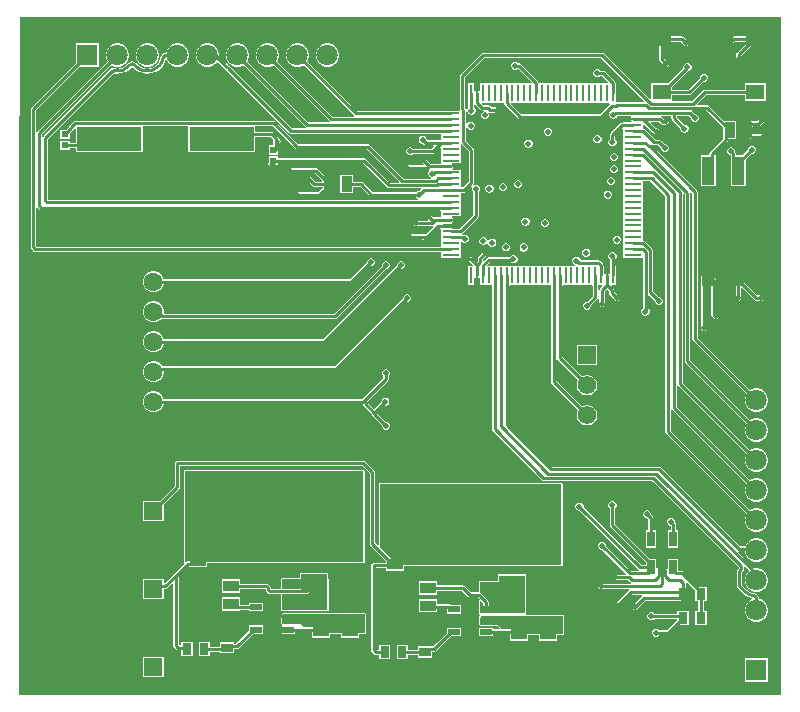
<source format=gbr>
%TF.GenerationSoftware,Altium Limited,Altium Designer,24.6.1 (21)*%
G04 Layer_Physical_Order=1*
G04 Layer_Color=255*
%FSLAX45Y45*%
%MOMM*%
%TF.SameCoordinates,D96B88A3-C1BF-4694-92A9-412EC26ABF2C*%
%TF.FilePolarity,Positive*%
%TF.FileFunction,Copper,L1,Top,Signal*%
%TF.Part,Single*%
G01*
G75*
%TA.AperFunction,Conductor*%
%ADD10C,0.25400*%
%TA.AperFunction,SMDPad,CuDef*%
%ADD11R,2.20000X1.60000*%
%ADD12R,0.80000X1.00000*%
%ADD13R,1.00000X0.80000*%
%ADD14R,1.47320X0.27940*%
%ADD15R,0.27940X1.47320*%
%ADD16R,0.70000X1.30000*%
%ADD17R,0.97790X0.55880*%
%ADD18R,1.55000X1.30000*%
%ADD19R,5.50000X2.00000*%
%ADD20R,0.62000X0.60000*%
%ADD21R,1.13000X2.44000*%
%ADD22R,0.95000X1.35000*%
%ADD23R,1.35000X0.95000*%
%TA.AperFunction,ComponentPad*%
%ADD24C,1.60500*%
%ADD25R,1.57500X1.57500*%
%ADD26C,1.57500*%
%ADD27C,1.80000*%
%ADD28R,1.80000X1.80000*%
%ADD29R,1.80000X1.80000*%
%TA.AperFunction,ViaPad*%
%ADD30C,0.50800*%
G36*
X10942214Y3802486D02*
X4488286D01*
Y7853762D01*
X4495721Y9545213D01*
X10942214Y9545214D01*
Y3802486D01*
D02*
G37*
%LPC*%
G36*
X10098855Y9378313D02*
X9927600D01*
X9919176Y9376637D01*
X9912035Y9371865D01*
X9907263Y9364724D01*
X9905587Y9356300D01*
Y9185900D01*
X9907263Y9177476D01*
X9912035Y9170335D01*
X9953935Y9128435D01*
X9961076Y9123663D01*
X9969500Y9121987D01*
X9977924Y9123663D01*
X9985065Y9128435D01*
X9989837Y9135576D01*
X9991513Y9144000D01*
X9989837Y9152424D01*
X9985065Y9159565D01*
X9949613Y9195018D01*
Y9334287D01*
X10089737D01*
X10117790Y9306235D01*
X10124931Y9301463D01*
X10133355Y9299787D01*
X10134600D01*
X10143024Y9301463D01*
X10150165Y9306235D01*
X10154937Y9313376D01*
X10156613Y9321800D01*
X10154937Y9330224D01*
X10150165Y9337365D01*
X10146414Y9339872D01*
X10114420Y9371865D01*
X10107279Y9376637D01*
X10098855Y9378313D01*
D02*
G37*
G36*
X10722600D02*
X10538645D01*
X10530221Y9376637D01*
X10523080Y9371865D01*
X10516486Y9365272D01*
X10512735Y9362765D01*
X10507963Y9355624D01*
X10506287Y9347200D01*
X10507963Y9338776D01*
X10512735Y9331635D01*
X10519876Y9326863D01*
X10528300Y9325187D01*
X10529545D01*
X10537969Y9326863D01*
X10545110Y9331635D01*
X10547763Y9334287D01*
X10645341D01*
X10648743Y9326074D01*
X10564414Y9241745D01*
X10559643Y9234604D01*
X10557967Y9226180D01*
Y9186523D01*
X10557087Y9182100D01*
X10558763Y9173676D01*
X10563535Y9166535D01*
X10570676Y9161763D01*
X10579100Y9160087D01*
X10587524Y9161763D01*
X10594665Y9166535D01*
X10595545Y9167414D01*
X10600317Y9174556D01*
X10601993Y9182980D01*
Y9217062D01*
X10719218Y9334287D01*
X10722600D01*
X10731024Y9335963D01*
X10738165Y9340735D01*
X10742937Y9347876D01*
X10744613Y9356300D01*
X10742937Y9364724D01*
X10738165Y9371865D01*
X10731024Y9376637D01*
X10722600Y9378313D01*
D02*
G37*
G36*
X7112319Y9319090D02*
X7086281D01*
X7061130Y9312351D01*
X7038580Y9299332D01*
X7020168Y9280920D01*
X7007149Y9258370D01*
X7000410Y9233219D01*
Y9207181D01*
X7007149Y9182030D01*
X7020168Y9159480D01*
X7038580Y9141068D01*
X7061130Y9128049D01*
X7086281Y9121310D01*
X7112319D01*
X7137470Y9128049D01*
X7160020Y9141068D01*
X7178432Y9159480D01*
X7191451Y9182030D01*
X7198190Y9207181D01*
Y9233219D01*
X7191451Y9258370D01*
X7178432Y9280920D01*
X7160020Y9299332D01*
X7137470Y9312351D01*
X7112319Y9319090D01*
D02*
G37*
G36*
X5588319D02*
X5562281D01*
X5537130Y9312351D01*
X5514580Y9299332D01*
X5496168Y9280920D01*
X5483149Y9258370D01*
X5476410Y9233219D01*
Y9207181D01*
X5483149Y9182030D01*
X5496168Y9159480D01*
X5514580Y9141068D01*
X5537130Y9128049D01*
X5562281Y9121310D01*
X5588319D01*
X5613470Y9128049D01*
X5636020Y9141068D01*
X5654432Y9159480D01*
X5667451Y9182030D01*
X5674190Y9207181D01*
Y9233219D01*
X5667451Y9258370D01*
X5654432Y9280920D01*
X5636020Y9299332D01*
X5613470Y9312351D01*
X5588319Y9319090D01*
D02*
G37*
G36*
X6858319D02*
X6832281D01*
X6807130Y9312351D01*
X6784580Y9299332D01*
X6766168Y9280920D01*
X6753149Y9258370D01*
X6746410Y9233219D01*
Y9207181D01*
X6753149Y9182030D01*
X6766168Y9159480D01*
X6784580Y9141068D01*
X6807130Y9128049D01*
X6832281Y9121310D01*
X6858319D01*
X6883470Y9128049D01*
X6897956Y9136413D01*
X7321935Y8712435D01*
X7327220Y8708903D01*
X7325435Y8700013D01*
X7142618D01*
X6675087Y9167544D01*
X6683451Y9182030D01*
X6690190Y9207181D01*
Y9233219D01*
X6683451Y9258370D01*
X6670432Y9280920D01*
X6652020Y9299332D01*
X6629470Y9312351D01*
X6604319Y9319090D01*
X6578281D01*
X6553130Y9312351D01*
X6530580Y9299332D01*
X6512168Y9280920D01*
X6499149Y9258370D01*
X6492410Y9233219D01*
Y9207181D01*
X6499149Y9182030D01*
X6512168Y9159480D01*
X6530580Y9141068D01*
X6553130Y9128049D01*
X6578281Y9121310D01*
X6604319D01*
X6629470Y9128049D01*
X6643956Y9136413D01*
X7117934Y8662435D01*
X7123220Y8658903D01*
X7121434Y8650013D01*
X6938618D01*
X6421087Y9167544D01*
X6429451Y9182030D01*
X6436190Y9207181D01*
Y9233219D01*
X6429451Y9258370D01*
X6416432Y9280920D01*
X6398020Y9299332D01*
X6375470Y9312351D01*
X6350319Y9319090D01*
X6324281D01*
X6299130Y9312351D01*
X6276580Y9299332D01*
X6258168Y9280920D01*
X6245149Y9258370D01*
X6238410Y9233219D01*
Y9207181D01*
X6245149Y9182030D01*
X6258168Y9159480D01*
X6276580Y9141068D01*
X6299130Y9128049D01*
X6324281Y9121310D01*
X6350319D01*
X6375470Y9128049D01*
X6389956Y9136413D01*
X6913934Y8612435D01*
X6919220Y8608903D01*
X6917433Y8600013D01*
X6798118D01*
X6273160Y9124970D01*
X6267742Y9131342D01*
X6267741Y9131343D01*
X6267741Y9131343D01*
X6256822Y9139722D01*
X6248443Y9150641D01*
X6248443D01*
X6242070Y9156060D01*
X6182190Y9215941D01*
Y9233219D01*
X6175451Y9258370D01*
X6162432Y9280920D01*
X6144020Y9299332D01*
X6121470Y9312351D01*
X6096319Y9319090D01*
X6070281D01*
X6045130Y9312351D01*
X6022580Y9299332D01*
X6004168Y9280920D01*
X5991149Y9258370D01*
X5984410Y9233219D01*
Y9207181D01*
X5991149Y9182030D01*
X6004168Y9159480D01*
X6022580Y9141068D01*
X6045130Y9128049D01*
X6070281Y9121310D01*
X6096319D01*
X6121470Y9128049D01*
X6144020Y9141068D01*
X6162432Y9159480D01*
X6163889Y9162005D01*
X6172703Y9163165D01*
X6214881Y9120987D01*
X6215686Y9120449D01*
X6225541Y9108441D01*
X6237550Y9098586D01*
X6238088Y9097781D01*
X6773434Y8562435D01*
X6780576Y8557663D01*
X6789000Y8555987D01*
X8053924D01*
X8060690Y8550860D01*
X8060690Y8546250D01*
Y8509750D01*
X8060690Y8505140D01*
X8053923Y8500013D01*
X7939518D01*
X7939487Y8500044D01*
Y8510023D01*
X7934267Y8522626D01*
X7924621Y8532272D01*
X7912018Y8537493D01*
X7898377D01*
X7885774Y8532272D01*
X7876128Y8522626D01*
X7870907Y8510023D01*
Y8496382D01*
X7876128Y8483779D01*
X7885774Y8474133D01*
X7898377Y8468913D01*
X7908356D01*
X7914835Y8462434D01*
X7921976Y8457663D01*
X7930400Y8455987D01*
X7994606D01*
X7998008Y8447774D01*
X7979648Y8429413D01*
X7824281D01*
X7817224Y8436470D01*
X7804621Y8441690D01*
X7790979D01*
X7778376Y8436470D01*
X7768730Y8426824D01*
X7763510Y8414221D01*
Y8400579D01*
X7768730Y8387976D01*
X7778376Y8378330D01*
X7790979Y8373110D01*
X7804621D01*
X7817224Y8378330D01*
X7824281Y8385387D01*
X7988766D01*
X7997189Y8387063D01*
X8004331Y8391835D01*
X8052477Y8439980D01*
X8060690Y8436578D01*
Y8409750D01*
X8060690Y8405140D01*
X8060690Y8396250D01*
Y8359750D01*
X8060690Y8355140D01*
X8060690Y8346250D01*
Y8308903D01*
X8060690Y8305140D01*
X8053924Y8300013D01*
X8030446D01*
X8029362Y8300737D01*
X8020938Y8302413D01*
X7972018D01*
X7927665Y8346765D01*
X7920524Y8351537D01*
X7912100Y8353213D01*
X7903676Y8351537D01*
X7896535Y8346765D01*
X7891763Y8339624D01*
X7890087Y8331200D01*
X7891763Y8322776D01*
X7896535Y8315635D01*
X7914243Y8297926D01*
X7910841Y8289713D01*
X7772400D01*
X7763976Y8288037D01*
X7756835Y8283265D01*
X7752063Y8276124D01*
X7750387Y8267700D01*
X7752063Y8259276D01*
X7756835Y8252135D01*
X7763976Y8247363D01*
X7772400Y8245687D01*
X7949298D01*
X7957721Y8247363D01*
X7963315Y8240408D01*
X7959230Y8236324D01*
X7954010Y8223721D01*
Y8210079D01*
X7959230Y8197476D01*
X7968876Y8187830D01*
X7977392Y8184303D01*
X7975624Y8175413D01*
X7743418D01*
X7457765Y8461065D01*
X7450624Y8465837D01*
X7442200Y8467513D01*
X6850462D01*
X6660710Y8657265D01*
X6653568Y8662037D01*
X6645144Y8663713D01*
X4964155D01*
X4955731Y8662037D01*
X4948590Y8657265D01*
X4915456Y8624131D01*
X4910684Y8616990D01*
X4909995Y8613525D01*
X4885559Y8589090D01*
X4836910D01*
Y8511310D01*
X4916690D01*
Y8557959D01*
X4946586Y8587856D01*
X4951358Y8594997D01*
X4952047Y8598461D01*
X4960597Y8607010D01*
X4968810Y8603608D01*
Y8480213D01*
X4916690D01*
Y8497090D01*
X4836910D01*
Y8419310D01*
X4916690D01*
Y8436187D01*
X4968810D01*
Y8400110D01*
X5536590D01*
Y8617890D01*
X5544736Y8619687D01*
X5910664D01*
X5918810Y8617890D01*
X5918810Y8610797D01*
Y8400110D01*
X6486590D01*
Y8528187D01*
X6617182D01*
X6639887Y8505482D01*
Y8456246D01*
X6600420D01*
Y8378467D01*
X6680200D01*
Y8405884D01*
X6682237Y8408933D01*
X6683913Y8417357D01*
Y8475026D01*
X6688624Y8475963D01*
X6695765Y8480735D01*
X6700537Y8487876D01*
X6702213Y8496300D01*
X6700537Y8504724D01*
X6695765Y8511865D01*
X6688624Y8516637D01*
X6683297Y8517697D01*
X6682237Y8523024D01*
X6677465Y8530165D01*
X6641866Y8565765D01*
X6634724Y8570537D01*
X6626300Y8572213D01*
X6486590D01*
X6486590Y8617890D01*
X6494736Y8619687D01*
X6636026D01*
X6825779Y8429934D01*
X6832920Y8425163D01*
X6841344Y8423487D01*
X7433082D01*
X7707233Y8149336D01*
X7703831Y8141123D01*
X7625308D01*
X7425509Y8340922D01*
X7418367Y8345694D01*
X7409944Y8347370D01*
X6680200D01*
Y8364247D01*
X6600420D01*
Y8317362D01*
X6596123Y8310931D01*
X6594447Y8302507D01*
X6596123Y8294083D01*
X6600420Y8287651D01*
Y8286467D01*
X6601605D01*
X6608036Y8282169D01*
X6616460Y8280494D01*
X6634207D01*
X6642631Y8282169D01*
X6649062Y8286467D01*
X6680200D01*
Y8303344D01*
X7400826D01*
X7600625Y8103545D01*
X7607766Y8098773D01*
X7616190Y8097097D01*
X7888294D01*
X7891976Y8088207D01*
X7877159Y8073390D01*
X7867179D01*
X7854576Y8068170D01*
X7847519Y8061113D01*
X7480025D01*
X7397572Y8143565D01*
X7390431Y8148337D01*
X7382007Y8150013D01*
X7319590D01*
Y8204390D01*
X7206810D01*
Y8051610D01*
X7319590D01*
Y8105987D01*
X7372889D01*
X7455341Y8023534D01*
X7462483Y8018763D01*
X7470907Y8017087D01*
X7847519D01*
X7854576Y8010030D01*
X7865337Y8005573D01*
X7863569Y7996683D01*
X4735697D01*
X4733713Y7998667D01*
Y8512582D01*
X5281529Y9060399D01*
X5288414Y9065242D01*
X5297013Y9064541D01*
X5321300Y9062149D01*
X5352134Y9065186D01*
X5381783Y9074180D01*
X5409108Y9088785D01*
X5433059Y9108441D01*
X5442101Y9119458D01*
X5446600Y9121228D01*
X5450046Y9121213D01*
X5454500Y9119459D01*
X5463542Y9108442D01*
X5487492Y9088786D01*
X5514817Y9074181D01*
X5544466Y9065187D01*
X5575300Y9062150D01*
X5606134Y9065187D01*
X5635783Y9074181D01*
X5663108Y9088786D01*
X5687058Y9108442D01*
X5706714Y9132392D01*
X5721319Y9159717D01*
X5728012Y9181781D01*
X5736298Y9182007D01*
X5737299Y9181770D01*
X5750168Y9159480D01*
X5768580Y9141068D01*
X5791130Y9128049D01*
X5816281Y9121310D01*
X5842319D01*
X5867470Y9128049D01*
X5890020Y9141068D01*
X5908432Y9159480D01*
X5921451Y9182030D01*
X5928190Y9207181D01*
Y9233219D01*
X5921451Y9258370D01*
X5908432Y9280920D01*
X5890020Y9299332D01*
X5867470Y9312351D01*
X5842319Y9319090D01*
X5816281D01*
X5791130Y9312351D01*
X5768580Y9299332D01*
X5750168Y9280920D01*
X5737149Y9258370D01*
X5732820Y9242213D01*
X5723863D01*
X5715440Y9240538D01*
X5708298Y9235766D01*
X5700859Y9228328D01*
X5700507Y9228680D01*
X5700506Y9228679D01*
X5700504Y9228676D01*
X5700856Y9228324D01*
X5694755Y9222223D01*
X5689984Y9215082D01*
X5688739Y9208823D01*
X5687629Y9208934D01*
X5685235Y9190743D01*
X5673865Y9163294D01*
X5655778Y9139722D01*
X5632206Y9121635D01*
X5604757Y9110265D01*
X5575300Y9106387D01*
X5545843Y9110265D01*
X5518394Y9121635D01*
X5494822Y9139722D01*
X5486307Y9150820D01*
X5486307Y9150820D01*
X5482179Y9154961D01*
X5482179Y9154962D01*
X5479583Y9156696D01*
X5466635Y9165347D01*
X5448301Y9168994D01*
X5429966Y9165347D01*
X5417094Y9156747D01*
X5414422Y9154962D01*
X5414422Y9154961D01*
X5410319Y9150852D01*
X5410319Y9150851D01*
X5401778Y9139722D01*
X5378207Y9121635D01*
X5350757Y9110264D01*
X5321300Y9106386D01*
X5297161Y9109564D01*
X5296117Y9109703D01*
X5292908Y9109994D01*
X5288418Y9110403D01*
X5288413Y9110404D01*
X5288411Y9110403D01*
X5279521Y9109905D01*
X5277892D01*
X5269468Y9108230D01*
X5262327Y9103458D01*
X4696135Y8537265D01*
X4691803Y8530783D01*
X4691159Y8530708D01*
X4682913Y8536146D01*
Y8550682D01*
X5268644Y9136413D01*
X5283130Y9128049D01*
X5308281Y9121310D01*
X5334319D01*
X5359470Y9128049D01*
X5382020Y9141068D01*
X5400432Y9159480D01*
X5413451Y9182030D01*
X5420190Y9207181D01*
Y9233219D01*
X5413451Y9258370D01*
X5400432Y9280920D01*
X5382020Y9299332D01*
X5359470Y9312351D01*
X5334319Y9319090D01*
X5308281D01*
X5283130Y9312351D01*
X5260580Y9299332D01*
X5242168Y9280920D01*
X5229149Y9258370D01*
X5222410Y9233219D01*
Y9207181D01*
X5229149Y9182030D01*
X5237513Y9167544D01*
X4645335Y8575365D01*
X4641003Y8568883D01*
X4640359Y8568808D01*
X4632113Y8574246D01*
Y8753882D01*
X4999541Y9121310D01*
X5166190D01*
Y9319090D01*
X4968410D01*
Y9152441D01*
X4594535Y8778565D01*
X4589763Y8771424D01*
X4588087Y8763000D01*
Y7592879D01*
X4589763Y7584455D01*
X4594535Y7577314D01*
X4609413Y7562435D01*
X4616555Y7557663D01*
X4624979Y7555987D01*
X8053924D01*
X8060690Y7550860D01*
X8060690Y7546250D01*
Y7505140D01*
X8225790D01*
Y7546250D01*
X8225790Y7550860D01*
X8225790Y7559750D01*
Y7596250D01*
X8225790Y7600860D01*
X8225790Y7609750D01*
Y7638944D01*
X8234680Y7642626D01*
X8241017Y7636290D01*
X8253620Y7631069D01*
X8267261D01*
X8279864Y7636290D01*
X8289510Y7645936D01*
X8294730Y7658539D01*
Y7672180D01*
X8289510Y7684783D01*
X8279864Y7694429D01*
X8267261Y7699649D01*
X8253620D01*
X8252325Y7699113D01*
X8247800Y7700013D01*
X8237535D01*
X8236659Y7708903D01*
X8236809Y7708933D01*
X8243950Y7713705D01*
X8372616Y7842371D01*
X8377388Y7849512D01*
X8379064Y7857937D01*
Y8062968D01*
X8386121Y8070025D01*
X8391341Y8082628D01*
Y8096269D01*
X8386121Y8108872D01*
X8376475Y8118518D01*
X8363872Y8123739D01*
X8350230D01*
X8341100Y8119957D01*
X8335480Y8127251D01*
X8338837Y8132276D01*
X8340513Y8140700D01*
Y8418105D01*
X8338837Y8426529D01*
X8334066Y8433671D01*
X8271613Y8496123D01*
Y8610624D01*
X8280503Y8612392D01*
X8284030Y8603876D01*
X8293676Y8594230D01*
X8306279Y8589010D01*
X8319921D01*
X8332524Y8594230D01*
X8342170Y8603876D01*
X8347390Y8616479D01*
Y8630121D01*
X8342170Y8642724D01*
X8332524Y8652370D01*
X8319921Y8657590D01*
X8306279D01*
X8293676Y8652370D01*
X8284030Y8642724D01*
X8280503Y8634208D01*
X8271613Y8635976D01*
Y8755515D01*
X8269937Y8763939D01*
X8265165Y8771080D01*
X8264313Y8771933D01*
Y9033282D01*
X8429218Y9198187D01*
X9415837D01*
X9782698Y8831326D01*
X9779296Y8823113D01*
X9550215D01*
X9547150Y8822503D01*
X9538366Y8828880D01*
X9538260Y8829109D01*
Y8982710D01*
X9536143D01*
Y8985304D01*
X9534467Y8993728D01*
X9529695Y9000870D01*
X9448080Y9082486D01*
X9440938Y9087257D01*
X9432514Y9088933D01*
X9412660D01*
X9404724Y9096870D01*
X9392121Y9102090D01*
X9378479D01*
X9365876Y9096870D01*
X9356230Y9087224D01*
X9351010Y9074621D01*
Y9060979D01*
X9356230Y9048376D01*
X9365876Y9038730D01*
X9378479Y9033510D01*
X9392121D01*
X9404724Y9038730D01*
X9410901Y9044907D01*
X9423396D01*
X9477380Y8990923D01*
X9473978Y8982710D01*
X9447150D01*
X9442540Y8982710D01*
X9433650Y8982710D01*
X9397150D01*
X9392540Y8982710D01*
X9383650Y8982710D01*
X9347150D01*
X9342540Y8982710D01*
X9333650Y8982710D01*
X9297150D01*
X9292540Y8982710D01*
X9283650Y8982710D01*
X9247150D01*
X9242540Y8982710D01*
X9233650Y8982710D01*
X9197150D01*
X9192540Y8982710D01*
X9183650Y8982710D01*
X9147150D01*
X9142540Y8982710D01*
X9133650Y8982710D01*
X9097150D01*
X9092540Y8982710D01*
X9083650Y8982710D01*
X9047150D01*
X9042540Y8982710D01*
X9033650Y8982710D01*
X8997150D01*
X8992540Y8982710D01*
X8983650Y8982710D01*
X8947150D01*
X8942540Y8982710D01*
X8933650Y8982710D01*
X8894000Y8982710D01*
X8891290Y8983605D01*
X8885683Y8987618D01*
X8884467Y8993729D01*
X8879695Y9000870D01*
X8734580Y9145986D01*
X8727438Y9150757D01*
X8719014Y9152433D01*
X8714160D01*
X8706224Y9160370D01*
X8693621Y9165590D01*
X8679979D01*
X8667376Y9160370D01*
X8657730Y9150724D01*
X8652510Y9138121D01*
Y9124479D01*
X8657730Y9111876D01*
X8667376Y9102230D01*
X8679979Y9097010D01*
X8693621D01*
X8706224Y9102230D01*
X8711148Y9107155D01*
X8827380Y8990923D01*
X8823978Y8982710D01*
X8797150D01*
X8792540Y8982710D01*
X8783650Y8982710D01*
X8747150D01*
X8742540Y8982710D01*
X8733650Y8982710D01*
X8697150D01*
X8692540Y8982710D01*
X8683650Y8982710D01*
X8642540D01*
Y8982711D01*
X8638260D01*
Y8982710D01*
X8597150D01*
X8592540Y8982710D01*
X8583650Y8982710D01*
X8547150D01*
X8542540Y8982710D01*
X8533650Y8982710D01*
X8497150D01*
X8492540Y8982710D01*
X8483650Y8982710D01*
X8447150D01*
X8442540Y8982710D01*
X8433650Y8982710D01*
X8392540D01*
Y8915036D01*
X8383650Y8912339D01*
X8382235Y8914455D01*
X8380965Y8915725D01*
X8373824Y8920497D01*
X8365400Y8922173D01*
X8356976Y8920497D01*
X8349835Y8915725D01*
X8347150Y8911708D01*
X8338260Y8914404D01*
Y8982710D01*
X8292540D01*
Y8817610D01*
X8293387D01*
Y8773680D01*
X8289430Y8769724D01*
X8284210Y8757121D01*
Y8743479D01*
X8289430Y8730876D01*
X8299076Y8721230D01*
X8311679Y8716010D01*
X8325321D01*
X8337924Y8721230D01*
X8347570Y8730876D01*
X8352790Y8743479D01*
Y8757121D01*
X8347570Y8769724D01*
X8337924Y8779370D01*
X8337413Y8779581D01*
Y8805866D01*
X8346303Y8806742D01*
X8346333Y8806591D01*
X8351105Y8799450D01*
X8390420Y8760135D01*
X8397562Y8755363D01*
X8405985Y8753687D01*
X8420124D01*
X8421892Y8744797D01*
X8413376Y8741270D01*
X8403730Y8731624D01*
X8398510Y8719021D01*
Y8705379D01*
X8403730Y8692776D01*
X8413376Y8683130D01*
X8425979Y8677910D01*
X8439621D01*
X8452224Y8683130D01*
X8461870Y8692776D01*
X8467090Y8705379D01*
Y8719021D01*
X8462584Y8729900D01*
X8467391Y8735512D01*
X8468752Y8736470D01*
X8471219Y8734823D01*
X8479643Y8733147D01*
X8521211D01*
X8525976Y8729963D01*
X8534400Y8728287D01*
X8542824Y8729963D01*
X8549965Y8734735D01*
X8554737Y8741876D01*
X8556413Y8750300D01*
X8554737Y8758724D01*
X8549965Y8765866D01*
X8545106Y8770725D01*
X8537964Y8775497D01*
X8529540Y8777173D01*
X8488761D01*
X8474668Y8791265D01*
X8467526Y8796037D01*
X8459102Y8797713D01*
X8415103D01*
X8403420Y8809397D01*
X8406822Y8817610D01*
X8433650D01*
X8438260Y8817610D01*
X8447150Y8817610D01*
X8483650D01*
X8488260Y8817610D01*
X8497150Y8817610D01*
X8533650D01*
X8538260Y8817610D01*
X8547150Y8817610D01*
X8586800Y8817610D01*
X8589510Y8816715D01*
X8595117Y8812702D01*
X8596333Y8806591D01*
X8601105Y8799450D01*
X8716620Y8683935D01*
X8723761Y8679163D01*
X8732185Y8677487D01*
X9411805D01*
X9420229Y8679163D01*
X9427371Y8683935D01*
X9481354Y8737918D01*
X9488891Y8732882D01*
X9485364Y8724367D01*
Y8710725D01*
X9490584Y8698122D01*
X9500230Y8688476D01*
X9512833Y8683256D01*
X9526474D01*
X9539077Y8688476D01*
X9548724Y8698122D01*
X9551981Y8705987D01*
X9605010D01*
Y8705140D01*
X9673316D01*
X9676012Y8696250D01*
X9671995Y8693565D01*
X9667223Y8686424D01*
X9665547Y8678000D01*
X9667223Y8669576D01*
X9671995Y8662435D01*
X9676012Y8659750D01*
X9673315Y8650860D01*
X9605010D01*
Y8648743D01*
X9591930D01*
X9583506Y8647067D01*
X9576365Y8642296D01*
X9496735Y8562665D01*
X9491963Y8555524D01*
X9490287Y8547100D01*
Y8510081D01*
X9483230Y8503024D01*
X9478010Y8490421D01*
Y8476779D01*
X9483230Y8464176D01*
X9492876Y8454530D01*
X9505479Y8449310D01*
X9519121D01*
X9531724Y8454530D01*
X9541370Y8464176D01*
X9546590Y8476779D01*
Y8490421D01*
X9541370Y8503024D01*
X9534313Y8510081D01*
Y8537982D01*
X9596120Y8599789D01*
X9605010Y8596107D01*
Y8555141D01*
X9605009D01*
Y8550859D01*
X9605010D01*
Y8509750D01*
X9605010Y8505140D01*
X9605010Y8496250D01*
Y8459750D01*
X9605010Y8455140D01*
X9605010Y8446250D01*
Y8409750D01*
X9605010Y8405140D01*
X9605009D01*
Y8400859D01*
X9605010D01*
Y8359750D01*
X9605010Y8355141D01*
X9605009D01*
Y8350860D01*
X9605010D01*
Y8309750D01*
X9605010Y8305140D01*
X9605010Y8296250D01*
Y8259750D01*
X9605010Y8255140D01*
X9605010Y8246250D01*
Y8209750D01*
X9605010Y8205140D01*
X9605010Y8196250D01*
Y8159750D01*
X9605010Y8155140D01*
X9605010Y8146250D01*
Y8109750D01*
X9605010Y8105140D01*
X9605010Y8096250D01*
Y8059750D01*
X9605010Y8055140D01*
X9605010Y8046250D01*
Y8009750D01*
X9605010Y8005140D01*
X9605010Y7996250D01*
Y7959750D01*
X9605010Y7955140D01*
X9605010Y7946250D01*
Y7909750D01*
X9605010Y7905140D01*
X9605010Y7896250D01*
Y7859750D01*
X9605010Y7855140D01*
X9605010Y7846250D01*
Y7809750D01*
X9605010Y7805140D01*
X9605010Y7796250D01*
Y7759750D01*
X9605010Y7755140D01*
X9605010Y7746250D01*
Y7709750D01*
X9605010Y7705140D01*
X9605010Y7696250D01*
Y7659750D01*
X9605010Y7655140D01*
X9605010Y7646250D01*
Y7609750D01*
X9605010Y7605140D01*
X9605009D01*
Y7600860D01*
X9605010D01*
Y7559750D01*
X9605010Y7555141D01*
X9605009D01*
Y7550859D01*
X9605010D01*
Y7505140D01*
X9770110D01*
X9771907Y7496994D01*
Y7077200D01*
X9762630Y7067924D01*
X9757410Y7055321D01*
Y7041679D01*
X9762630Y7029076D01*
X9772276Y7019430D01*
X9784879Y7014210D01*
X9798521D01*
X9811124Y7019430D01*
X9820770Y7029076D01*
X9825990Y7041679D01*
Y7055321D01*
X9820770Y7067924D01*
X9815933Y7072761D01*
Y7184721D01*
X9824146Y7188123D01*
X9871710Y7140559D01*
Y7130579D01*
X9876930Y7117976D01*
X9886576Y7108330D01*
X9899179Y7103110D01*
X9912821D01*
X9925424Y7108330D01*
X9935070Y7117976D01*
X9940290Y7130579D01*
Y7144221D01*
X9935070Y7156824D01*
X9925424Y7166470D01*
X9912821Y7171690D01*
X9902841D01*
X9851813Y7222718D01*
Y7569635D01*
X9850137Y7578059D01*
X9845365Y7585200D01*
X9788270Y7642295D01*
X9781129Y7647067D01*
X9775018Y7648283D01*
X9771005Y7653889D01*
X9770110Y7656600D01*
X9770110Y7659750D01*
Y7696250D01*
X9770110Y7700860D01*
X9770110Y7709750D01*
Y7746250D01*
X9770110Y7750860D01*
X9770110Y7759750D01*
Y7796250D01*
X9770110Y7800860D01*
X9770110Y7809750D01*
Y7846250D01*
X9770110Y7850860D01*
X9770110Y7859750D01*
Y7896250D01*
X9770110Y7900860D01*
X9770110Y7909750D01*
Y7946250D01*
X9770110Y7950860D01*
X9770110Y7959750D01*
Y7996250D01*
X9770110Y8000860D01*
X9770110Y8009750D01*
Y8046250D01*
X9770110Y8050860D01*
X9770110Y8059750D01*
Y8096250D01*
X9770110Y8100860D01*
X9770110Y8109750D01*
Y8146250D01*
X9770110Y8150860D01*
X9776877Y8155987D01*
X9834182D01*
X9960187Y8029982D01*
Y6032500D01*
X9961863Y6024076D01*
X9966635Y6016935D01*
X10647713Y5335856D01*
X10639349Y5321370D01*
X10632610Y5296219D01*
Y5270181D01*
X10639349Y5245030D01*
X10652368Y5222480D01*
X10670780Y5204068D01*
X10693330Y5191049D01*
X10718481Y5184310D01*
X10744519D01*
X10769670Y5191049D01*
X10792220Y5204068D01*
X10810632Y5222480D01*
X10823651Y5245030D01*
X10830390Y5270181D01*
Y5296219D01*
X10823651Y5321370D01*
X10810632Y5343920D01*
X10792220Y5362332D01*
X10769670Y5375351D01*
X10744519Y5382090D01*
X10718481D01*
X10693330Y5375351D01*
X10678844Y5366987D01*
X10004213Y6041618D01*
Y6221254D01*
X10012459Y6226692D01*
X10013103Y6226617D01*
X10017435Y6220135D01*
X10647713Y5589856D01*
X10639349Y5575370D01*
X10632610Y5550219D01*
Y5524181D01*
X10639349Y5499030D01*
X10652368Y5476480D01*
X10670780Y5458068D01*
X10693330Y5445049D01*
X10718481Y5438310D01*
X10744519D01*
X10769670Y5445049D01*
X10792220Y5458068D01*
X10810632Y5476480D01*
X10823651Y5499030D01*
X10830390Y5524181D01*
Y5550219D01*
X10823651Y5575370D01*
X10810632Y5597920D01*
X10792220Y5616332D01*
X10769670Y5629351D01*
X10744519Y5636090D01*
X10718481D01*
X10693330Y5629351D01*
X10678844Y5620987D01*
X10055013Y6244818D01*
Y6424454D01*
X10063259Y6429892D01*
X10063903Y6429817D01*
X10068235Y6423335D01*
X10647713Y5843856D01*
X10639349Y5829370D01*
X10632610Y5804219D01*
Y5778181D01*
X10639349Y5753030D01*
X10652368Y5730480D01*
X10670780Y5712068D01*
X10693330Y5699049D01*
X10718481Y5692310D01*
X10744519D01*
X10769670Y5699049D01*
X10792220Y5712068D01*
X10810632Y5730480D01*
X10823651Y5753030D01*
X10830390Y5778181D01*
Y5804219D01*
X10823651Y5829370D01*
X10810632Y5851920D01*
X10792220Y5870332D01*
X10769670Y5883351D01*
X10744519Y5890090D01*
X10718481D01*
X10693330Y5883351D01*
X10678844Y5874987D01*
X10105813Y6448018D01*
Y8050875D01*
X10114026Y8054278D01*
X10125287Y8043017D01*
Y6629400D01*
X10126963Y6620976D01*
X10131735Y6613835D01*
X10647713Y6097856D01*
X10639349Y6083370D01*
X10632610Y6058219D01*
Y6032181D01*
X10639349Y6007030D01*
X10652368Y5984480D01*
X10670780Y5966068D01*
X10693330Y5953049D01*
X10718481Y5946310D01*
X10744519D01*
X10769670Y5953049D01*
X10792220Y5966068D01*
X10810632Y5984480D01*
X10823651Y6007030D01*
X10830390Y6032181D01*
Y6058219D01*
X10823651Y6083370D01*
X10810632Y6105920D01*
X10792220Y6124332D01*
X10769670Y6137351D01*
X10744519Y6144090D01*
X10718481D01*
X10693330Y6137351D01*
X10678844Y6128987D01*
X10169313Y6638518D01*
Y8052135D01*
X10167637Y8060558D01*
X10162865Y8067700D01*
X9820835Y8409730D01*
X9823957Y8419181D01*
X9824855Y8419314D01*
X10188787Y8055382D01*
Y6819900D01*
X10190463Y6811476D01*
X10195235Y6804335D01*
X10647713Y6351856D01*
X10639349Y6337370D01*
X10632610Y6312219D01*
Y6286181D01*
X10639349Y6261030D01*
X10652368Y6238480D01*
X10670780Y6220068D01*
X10693330Y6207049D01*
X10718481Y6200310D01*
X10744519D01*
X10769670Y6207049D01*
X10792220Y6220068D01*
X10810632Y6238480D01*
X10823651Y6261030D01*
X10830390Y6286181D01*
Y6312219D01*
X10823651Y6337370D01*
X10810632Y6359920D01*
X10792220Y6378332D01*
X10769670Y6391351D01*
X10744519Y6398090D01*
X10718481D01*
X10693330Y6391351D01*
X10678844Y6382987D01*
X10232813Y6829018D01*
Y8064500D01*
X10231137Y8072924D01*
X10226365Y8080066D01*
X9849011Y8457420D01*
X9854678Y8464325D01*
X9859711Y8460963D01*
X9868134Y8459287D01*
X9899182D01*
X9922510Y8435959D01*
Y8425979D01*
X9927730Y8413376D01*
X9937376Y8403730D01*
X9949979Y8398510D01*
X9963621D01*
X9976224Y8403730D01*
X9985870Y8413376D01*
X9991090Y8425979D01*
Y8439621D01*
X9985870Y8452224D01*
X9976224Y8461870D01*
X9963621Y8467090D01*
X9953641D01*
X9923865Y8496865D01*
X9916724Y8501637D01*
X9908300Y8503313D01*
X9877253D01*
X9788270Y8592295D01*
X9781128Y8597067D01*
X9775018Y8598283D01*
X9771005Y8603890D01*
X9770110Y8606601D01*
X9770110Y8609750D01*
Y8636578D01*
X9778323Y8639980D01*
X9856509Y8561794D01*
X9863651Y8557023D01*
X9872075Y8555347D01*
X9880111D01*
X9884876Y8552163D01*
X9893300Y8550487D01*
X9901724Y8552163D01*
X9908865Y8556935D01*
X9913637Y8564076D01*
X9915313Y8572500D01*
X9913637Y8580924D01*
X9908865Y8588066D01*
X9904006Y8592925D01*
X9896864Y8597697D01*
X9888440Y8599373D01*
X9881193D01*
X9832792Y8647774D01*
X9836194Y8655987D01*
X9905682D01*
X9922737Y8638932D01*
X9929879Y8634160D01*
X9938303Y8632484D01*
X9961352D01*
X9969776Y8634160D01*
X9976918Y8638932D01*
X9981314Y8643328D01*
X9985065Y8645835D01*
X9989837Y8652976D01*
X9991513Y8661400D01*
X9989837Y8669824D01*
X9985065Y8676965D01*
X9977924Y8681737D01*
X9969500Y8683413D01*
X9968255D01*
X9959831Y8681737D01*
X9952690Y8676966D01*
X9944538Y8679393D01*
X9930365Y8693565D01*
X9925080Y8697097D01*
X9926865Y8705987D01*
X10010987D01*
Y8686800D01*
X10012663Y8678376D01*
X10017435Y8671235D01*
X10087610Y8601059D01*
Y8591079D01*
X10092830Y8578476D01*
X10102476Y8568830D01*
X10115079Y8563610D01*
X10128721D01*
X10141324Y8568830D01*
X10150970Y8578476D01*
X10156190Y8591079D01*
Y8604721D01*
X10150970Y8617324D01*
X10141324Y8626970D01*
X10128721Y8632190D01*
X10118741D01*
X10055013Y8695918D01*
Y8705987D01*
X10160482D01*
X10176510Y8689959D01*
Y8679979D01*
X10181730Y8667376D01*
X10191376Y8657730D01*
X10203979Y8652510D01*
X10217621D01*
X10230224Y8657730D01*
X10239870Y8667376D01*
X10245090Y8679979D01*
Y8693621D01*
X10239870Y8706224D01*
X10230224Y8715870D01*
X10217621Y8721090D01*
X10207641D01*
X10185324Y8743407D01*
X10185341Y8744088D01*
X10188100Y8752297D01*
X10307072D01*
X10448910Y8610459D01*
Y8552526D01*
X10448487Y8550400D01*
Y8511118D01*
X10338655Y8401286D01*
X10333884Y8394145D01*
X10332208Y8385721D01*
Y8371390D01*
X10259710D01*
Y8109610D01*
X10390490D01*
Y8371390D01*
X10383593D01*
X10379911Y8380280D01*
X10486065Y8486434D01*
X10490837Y8493576D01*
X10492513Y8502000D01*
Y8508810D01*
X10561690D01*
Y8661590D01*
X10460041D01*
X10331755Y8789875D01*
X10324614Y8794647D01*
X10316190Y8796323D01*
X10228797D01*
X10225395Y8804536D01*
X10305146Y8884287D01*
X10636210D01*
Y8832410D01*
X10808990D01*
Y8980190D01*
X10636210D01*
Y8928313D01*
X10296028D01*
X10287604Y8926637D01*
X10280462Y8921866D01*
X10189210Y8830613D01*
X10022136D01*
X10013990Y8832410D01*
Y8884287D01*
X10163600D01*
X10172024Y8885963D01*
X10179165Y8890735D01*
X10283841Y8995410D01*
X10293821D01*
X10306424Y9000630D01*
X10316070Y9010276D01*
X10321290Y9022879D01*
Y9036521D01*
X10316070Y9049124D01*
X10306424Y9058770D01*
X10293821Y9063990D01*
X10280179D01*
X10267576Y9058770D01*
X10257930Y9049124D01*
X10252710Y9036521D01*
Y9026541D01*
X10154482Y8928313D01*
X10013990D01*
Y8949059D01*
X10149241Y9084310D01*
X10154121D01*
X10166724Y9089530D01*
X10176370Y9099176D01*
X10181590Y9111779D01*
Y9125421D01*
X10176370Y9138024D01*
X10166724Y9147670D01*
X10154121Y9152890D01*
X10140479D01*
X10127876Y9147670D01*
X10118230Y9138024D01*
X10113010Y9125421D01*
Y9111779D01*
X10113431Y9110762D01*
X9982859Y8980190D01*
X9841210D01*
Y8846691D01*
X9832997Y8843289D01*
X9440521Y9235765D01*
X9433379Y9240537D01*
X9424955Y9242213D01*
X8420100D01*
X8411676Y9240537D01*
X8404534Y9235765D01*
X8226735Y9057965D01*
X8221963Y9050824D01*
X8220287Y9042400D01*
Y8762815D01*
X8220897Y8759750D01*
X8214444Y8750860D01*
X8060690D01*
Y8750013D01*
X7346618D01*
X6929087Y9167544D01*
X6937451Y9182030D01*
X6944190Y9207181D01*
Y9233219D01*
X6937451Y9258370D01*
X6924432Y9280920D01*
X6906020Y9299332D01*
X6883470Y9312351D01*
X6858319Y9319090D01*
D02*
G37*
G36*
X8973021Y8606790D02*
X8959379D01*
X8946776Y8601570D01*
X8937130Y8591924D01*
X8931910Y8579321D01*
Y8565679D01*
X8937130Y8553076D01*
X8946776Y8543430D01*
X8959379Y8538210D01*
X8973021D01*
X8985624Y8543430D01*
X8995270Y8553076D01*
X9000490Y8565679D01*
Y8579321D01*
X8995270Y8591924D01*
X8985624Y8601570D01*
X8973021Y8606790D01*
D02*
G37*
G36*
X10782300Y8696113D02*
X10781055D01*
X10772631Y8694437D01*
X10765490Y8689665D01*
X10737837Y8662013D01*
X10690100D01*
X10681676Y8660337D01*
X10674535Y8655566D01*
X10639735Y8620765D01*
X10634963Y8613624D01*
X10633287Y8605200D01*
Y8565200D01*
X10634963Y8556776D01*
X10639735Y8549635D01*
X10674535Y8514834D01*
X10681676Y8510063D01*
X10690100Y8508387D01*
X10763237D01*
X10765490Y8506134D01*
X10772631Y8501363D01*
X10781055Y8499687D01*
X10782300D01*
X10790724Y8501363D01*
X10797865Y8506135D01*
X10802637Y8513276D01*
X10804313Y8521700D01*
X10802637Y8530124D01*
X10797865Y8537265D01*
X10794114Y8539772D01*
X10787921Y8545965D01*
X10780779Y8550737D01*
X10772355Y8552413D01*
X10699218D01*
X10677313Y8574318D01*
Y8596082D01*
X10699218Y8617987D01*
X10746955D01*
X10755379Y8619663D01*
X10762521Y8624435D01*
X10794114Y8656028D01*
X10797865Y8658535D01*
X10802637Y8665676D01*
X10804313Y8674100D01*
X10802637Y8682524D01*
X10797865Y8689665D01*
X10790724Y8694437D01*
X10782300Y8696113D01*
D02*
G37*
G36*
X9392121Y8543290D02*
X9378479D01*
X9365876Y8538070D01*
X9356230Y8528424D01*
X9351010Y8515821D01*
Y8502179D01*
X9356230Y8489576D01*
X9365876Y8479930D01*
X9378479Y8474710D01*
X9392121D01*
X9404724Y8479930D01*
X9414370Y8489576D01*
X9419590Y8502179D01*
Y8515821D01*
X9414370Y8528424D01*
X9404724Y8538070D01*
X9392121Y8543290D01*
D02*
G37*
G36*
X8807921Y8505190D02*
X8794279D01*
X8781676Y8499970D01*
X8772030Y8490324D01*
X8766810Y8477721D01*
Y8464079D01*
X8772030Y8451476D01*
X8781676Y8441830D01*
X8794279Y8436610D01*
X8807921D01*
X8820524Y8441830D01*
X8830170Y8451476D01*
X8835390Y8464079D01*
Y8477721D01*
X8830170Y8490324D01*
X8820524Y8499970D01*
X8807921Y8505190D01*
D02*
G37*
G36*
X10700221Y8454390D02*
X10686579D01*
X10673976Y8449170D01*
X10664330Y8439524D01*
X10659110Y8426921D01*
Y8417141D01*
X10613359Y8371390D01*
X10557313D01*
Y8386455D01*
X10555637Y8394879D01*
X10550865Y8402021D01*
X10549890Y8402996D01*
Y8414221D01*
X10544670Y8426824D01*
X10535024Y8436470D01*
X10522421Y8441690D01*
X10508779D01*
X10496176Y8436470D01*
X10486530Y8426824D01*
X10481310Y8414221D01*
Y8400579D01*
X10486530Y8387976D01*
X10496176Y8378330D01*
X10508779Y8373110D01*
X10513287D01*
Y8284300D01*
X10513710Y8282174D01*
Y8109610D01*
X10644490D01*
Y8340259D01*
X10690041Y8385810D01*
X10700221D01*
X10712824Y8391030D01*
X10722470Y8400676D01*
X10727690Y8413279D01*
Y8426921D01*
X10722470Y8439524D01*
X10712824Y8449170D01*
X10700221Y8454390D01*
D02*
G37*
G36*
X9531821Y8390890D02*
X9518179D01*
X9505576Y8385670D01*
X9495930Y8376024D01*
X9490710Y8363421D01*
Y8349779D01*
X9495930Y8337176D01*
X9505576Y8327530D01*
X9518179Y8322310D01*
X9531821D01*
X9544424Y8327530D01*
X9554070Y8337176D01*
X9559290Y8349779D01*
Y8363421D01*
X9554070Y8376024D01*
X9544424Y8385670D01*
X9531821Y8390890D01*
D02*
G37*
G36*
Y8289290D02*
X9518179D01*
X9505576Y8284070D01*
X9495930Y8274424D01*
X9490710Y8261821D01*
Y8248179D01*
X9495930Y8235576D01*
X9505576Y8225930D01*
X9518179Y8220710D01*
X9531821D01*
X9544424Y8225930D01*
X9554070Y8235576D01*
X9559290Y8248179D01*
Y8261821D01*
X9554070Y8274424D01*
X9544424Y8284070D01*
X9531821Y8289290D01*
D02*
G37*
G36*
X6998900Y8264313D02*
X6781800D01*
X6773376Y8262637D01*
X6766235Y8257865D01*
X6761463Y8250724D01*
X6759787Y8242300D01*
X6761463Y8233876D01*
X6766235Y8226735D01*
X6773376Y8221963D01*
X6781800Y8220287D01*
X6989782D01*
X7051843Y8158226D01*
X7048441Y8150013D01*
X6998242D01*
X6966589Y8181665D01*
X6959448Y8186437D01*
X6951024Y8188113D01*
X6946900D01*
X6938476Y8186437D01*
X6931335Y8181665D01*
X6926563Y8174524D01*
X6924887Y8166100D01*
X6926563Y8157676D01*
X6931335Y8150535D01*
X6938476Y8145763D01*
X6940666Y8145327D01*
X6973559Y8112435D01*
X6980700Y8107663D01*
X6989124Y8105987D01*
X7059788D01*
X7064540Y8097097D01*
X7063281Y8095213D01*
X7058400D01*
X7049976Y8093537D01*
X7042835Y8088765D01*
X7015182Y8061113D01*
X6845300D01*
X6836876Y8059437D01*
X6829735Y8054665D01*
X6824963Y8047524D01*
X6823287Y8039100D01*
X6824963Y8030676D01*
X6829735Y8023535D01*
X6836876Y8018763D01*
X6845300Y8017087D01*
X7024300D01*
X7032724Y8018763D01*
X7039865Y8023535D01*
X7067518Y8051187D01*
X7078400D01*
X7086824Y8052863D01*
X7093965Y8057635D01*
X7128766Y8092435D01*
X7133537Y8099576D01*
X7135213Y8108000D01*
Y8128000D01*
X7133537Y8136424D01*
X7128765Y8143565D01*
X7014465Y8257865D01*
X7007324Y8262637D01*
X6998900Y8264313D01*
D02*
G37*
G36*
X9506421Y8187690D02*
X9492779D01*
X9480176Y8182470D01*
X9470530Y8172824D01*
X9465310Y8160221D01*
Y8146579D01*
X9470530Y8133976D01*
X9480176Y8124330D01*
X9492779Y8119110D01*
X9506421D01*
X9519024Y8124330D01*
X9528670Y8133976D01*
X9533890Y8146579D01*
Y8160221D01*
X9528670Y8172824D01*
X9519024Y8182470D01*
X9506421Y8187690D01*
D02*
G37*
G36*
X8719021Y8162290D02*
X8705379D01*
X8692776Y8157070D01*
X8683130Y8147424D01*
X8677910Y8134821D01*
Y8121179D01*
X8683130Y8108576D01*
X8692776Y8098930D01*
X8705379Y8093710D01*
X8719021D01*
X8731624Y8098930D01*
X8741270Y8108576D01*
X8746490Y8121179D01*
Y8134821D01*
X8741270Y8147424D01*
X8731624Y8157070D01*
X8719021Y8162290D01*
D02*
G37*
G36*
X8592021Y8136890D02*
X8578379D01*
X8565776Y8131670D01*
X8556130Y8122024D01*
X8550910Y8109421D01*
Y8095779D01*
X8556130Y8083176D01*
X8565776Y8073530D01*
X8578379Y8068310D01*
X8592021D01*
X8604624Y8073530D01*
X8614270Y8083176D01*
X8619490Y8095779D01*
Y8109421D01*
X8614270Y8122024D01*
X8604624Y8131670D01*
X8592021Y8136890D01*
D02*
G37*
G36*
X8477721Y8124190D02*
X8464079D01*
X8451476Y8118970D01*
X8441830Y8109324D01*
X8436610Y8096721D01*
Y8083079D01*
X8441830Y8070476D01*
X8451476Y8060830D01*
X8464079Y8055610D01*
X8477721D01*
X8490324Y8060830D01*
X8499970Y8070476D01*
X8505190Y8083079D01*
Y8096721D01*
X8499970Y8109324D01*
X8490324Y8118970D01*
X8477721Y8124190D01*
D02*
G37*
G36*
X9479821Y8073390D02*
X9466179D01*
X9453576Y8068170D01*
X9443930Y8058524D01*
X9438710Y8045921D01*
Y8032279D01*
X9443930Y8019676D01*
X9453576Y8010030D01*
X9466179Y8004810D01*
X9479821D01*
X9492424Y8010030D01*
X9502070Y8019676D01*
X9507290Y8032279D01*
Y8045921D01*
X9502070Y8058524D01*
X9492424Y8068170D01*
X9479821Y8073390D01*
D02*
G37*
G36*
X8782521Y7844790D02*
X8768879D01*
X8756276Y7839570D01*
X8746630Y7829924D01*
X8741410Y7817321D01*
Y7803679D01*
X8746630Y7791076D01*
X8756276Y7781430D01*
X8768879Y7776210D01*
X8782521D01*
X8795124Y7781430D01*
X8804770Y7791076D01*
X8809990Y7803679D01*
Y7817321D01*
X8804770Y7829924D01*
X8795124Y7839570D01*
X8782521Y7844790D01*
D02*
G37*
G36*
X8947621Y7832090D02*
X8933979D01*
X8921376Y7826870D01*
X8911730Y7817224D01*
X8906510Y7804621D01*
Y7790979D01*
X8911730Y7778376D01*
X8921376Y7768730D01*
X8933979Y7763510D01*
X8947621D01*
X8960224Y7768730D01*
X8969870Y7778376D01*
X8975090Y7790979D01*
Y7804621D01*
X8969870Y7817224D01*
X8960224Y7826870D01*
X8947621Y7832090D01*
D02*
G37*
G36*
X9557221Y7692390D02*
X9543579D01*
X9530976Y7687170D01*
X9521330Y7677524D01*
X9516110Y7664921D01*
Y7651279D01*
X9521330Y7638676D01*
X9530976Y7629030D01*
X9543579Y7623810D01*
X9557221D01*
X9569824Y7629030D01*
X9579470Y7638676D01*
X9584690Y7651279D01*
Y7664921D01*
X9579470Y7677524D01*
X9569824Y7687170D01*
X9557221Y7692390D01*
D02*
G37*
G36*
X8426921Y7680536D02*
X8413279D01*
X8400676Y7675315D01*
X8391030Y7665669D01*
X8385810Y7653066D01*
Y7639425D01*
X8391030Y7626822D01*
X8400676Y7617176D01*
X8413279Y7611956D01*
X8426921D01*
X8439524Y7617176D01*
X8449170Y7626822D01*
X8451621Y7632741D01*
X8460511Y7630972D01*
Y7624900D01*
X8465732Y7612297D01*
X8475378Y7602651D01*
X8487981Y7597430D01*
X8501622D01*
X8514225Y7602651D01*
X8523871Y7612297D01*
X8529091Y7624900D01*
Y7638541D01*
X8523871Y7651144D01*
X8514225Y7660790D01*
X8501622Y7666010D01*
X8487981D01*
X8475378Y7660790D01*
X8465732Y7651144D01*
X8463280Y7645225D01*
X8454390Y7646994D01*
Y7653066D01*
X8449170Y7665669D01*
X8439524Y7675315D01*
X8426921Y7680536D01*
D02*
G37*
G36*
X8617421Y7627690D02*
X8603779D01*
X8591176Y7622470D01*
X8581530Y7612824D01*
X8576310Y7600221D01*
Y7586579D01*
X8581530Y7573976D01*
X8591176Y7564330D01*
X8603779Y7559110D01*
X8617421D01*
X8630024Y7564330D01*
X8639670Y7573976D01*
X8644890Y7586579D01*
Y7600221D01*
X8639670Y7612824D01*
X8630024Y7622470D01*
X8617421Y7627690D01*
D02*
G37*
G36*
X8767324Y7626211D02*
X8753683D01*
X8741080Y7620991D01*
X8731434Y7611344D01*
X8726214Y7598741D01*
Y7585100D01*
X8731434Y7572497D01*
X8741080Y7562851D01*
X8753683Y7557631D01*
X8767324D01*
X8779927Y7562851D01*
X8789573Y7572497D01*
X8794794Y7585100D01*
Y7598741D01*
X8789573Y7611344D01*
X8779927Y7620991D01*
X8767324Y7626211D01*
D02*
G37*
G36*
X9297695Y7581604D02*
X9284053D01*
X9271450Y7576384D01*
X9261804Y7566738D01*
X9256584Y7554135D01*
Y7540494D01*
X9261804Y7527891D01*
X9271450Y7518245D01*
X9284053Y7513024D01*
X9297695D01*
X9310298Y7518245D01*
X9319944Y7527891D01*
X9325164Y7540494D01*
Y7554135D01*
X9319944Y7566738D01*
X9310298Y7576384D01*
X9297695Y7581604D01*
D02*
G37*
G36*
X8439967Y7569152D02*
X8431543Y7567477D01*
X8424402Y7562705D01*
X8378398Y7516700D01*
X8373626Y7509559D01*
X8371950Y7501135D01*
Y7478665D01*
X8364765Y7471480D01*
X8330110Y7506136D01*
X8322968Y7510908D01*
X8314544Y7512583D01*
X8302652D01*
X8301524Y7513337D01*
X8293100Y7515013D01*
X8284676Y7513337D01*
X8277535Y7508565D01*
X8272763Y7501424D01*
X8271087Y7493000D01*
X8272763Y7484576D01*
X8277535Y7477435D01*
X8279964Y7475005D01*
X8287106Y7470233D01*
X8295530Y7468557D01*
X8305426D01*
X8327380Y7446603D01*
X8323978Y7438390D01*
X8292540D01*
Y7273290D01*
X8338260D01*
Y7341596D01*
X8347150Y7344292D01*
X8349835Y7340275D01*
X8356976Y7335503D01*
X8365400Y7333827D01*
X8373824Y7335503D01*
X8380965Y7340275D01*
X8383650Y7344292D01*
X8392540Y7341595D01*
Y7273290D01*
X8433650D01*
X8438259Y7273290D01*
Y7273289D01*
X8442540D01*
Y7273290D01*
X8483650D01*
X8488260Y7273290D01*
X8493387Y7266524D01*
Y6051500D01*
X8495063Y6043076D01*
X8499835Y6035935D01*
X8912534Y5623235D01*
X8919676Y5618463D01*
X8928100Y5616787D01*
X9846082D01*
X10580141Y4882727D01*
Y4879921D01*
X10572183Y4871962D01*
X10567411Y4864821D01*
X10565735Y4856397D01*
Y4794638D01*
Y4727043D01*
X10567411Y4718619D01*
X10572183Y4711477D01*
X10619980Y4663680D01*
X10619980Y4663680D01*
X10619741Y4663441D01*
X10643692Y4643785D01*
X10671017Y4629180D01*
X10693079Y4622487D01*
X10693306Y4614206D01*
X10693069Y4613200D01*
X10670780Y4600332D01*
X10652368Y4581920D01*
X10639349Y4559370D01*
X10632610Y4534219D01*
Y4508181D01*
X10639349Y4483030D01*
X10652368Y4460480D01*
X10670780Y4442068D01*
X10693330Y4429049D01*
X10718481Y4422310D01*
X10744519D01*
X10769670Y4429049D01*
X10792220Y4442068D01*
X10810632Y4460480D01*
X10823651Y4483030D01*
X10830390Y4508181D01*
Y4534219D01*
X10823651Y4559370D01*
X10810632Y4581920D01*
X10792220Y4600332D01*
X10769670Y4613351D01*
X10753513Y4617680D01*
Y4626636D01*
X10751838Y4635059D01*
X10747066Y4642201D01*
X10739628Y4649640D01*
X10739664Y4649676D01*
X10739980Y4649992D01*
X10739979Y4649993D01*
X10739975Y4649995D01*
X10739661Y4649680D01*
X10733523Y4655744D01*
X10726382Y4660515D01*
X10720123Y4661760D01*
X10720234Y4662870D01*
X10702043Y4665264D01*
X10674593Y4676635D01*
X10657807Y4689515D01*
X10651111Y4694811D01*
X10644825Y4701097D01*
X10609761Y4736161D01*
Y4847279D01*
X10617720Y4855238D01*
X10622492Y4862379D01*
X10624167Y4870803D01*
Y4889629D01*
X10629559Y4892870D01*
X10632870Y4893499D01*
X10669745Y4856624D01*
X10670297Y4853849D01*
X10652368Y4835920D01*
X10639349Y4813370D01*
X10632610Y4788219D01*
Y4762181D01*
X10639349Y4737030D01*
X10652368Y4714480D01*
X10670780Y4696068D01*
X10693330Y4683049D01*
X10718481Y4676310D01*
X10744519D01*
X10769670Y4683049D01*
X10792220Y4696068D01*
X10810632Y4714480D01*
X10823651Y4737030D01*
X10830390Y4762181D01*
Y4788219D01*
X10823651Y4813370D01*
X10810632Y4835920D01*
X10792220Y4854332D01*
X10769670Y4867351D01*
X10744519Y4874090D01*
X10718481D01*
X10712057Y4874205D01*
X10707285Y4881346D01*
X10578526Y5010105D01*
X10579155Y5013415D01*
X10582395Y5018808D01*
X10632610D01*
Y5016181D01*
X10639349Y4991030D01*
X10652368Y4968480D01*
X10670780Y4950068D01*
X10693330Y4937049D01*
X10718481Y4930310D01*
X10744519D01*
X10769670Y4937049D01*
X10792220Y4950068D01*
X10810632Y4968480D01*
X10823651Y4991030D01*
X10830390Y5016181D01*
Y5042219D01*
X10823651Y5067370D01*
X10810632Y5089920D01*
X10792220Y5108332D01*
X10769670Y5121351D01*
X10744519Y5128090D01*
X10718481D01*
X10693330Y5121351D01*
X10670780Y5108332D01*
X10652368Y5089920D01*
X10639349Y5067370D01*
X10638134Y5062834D01*
X10589297D01*
X9921565Y5730565D01*
X9914424Y5735337D01*
X9906000Y5737013D01*
X9000718D01*
X8637413Y6100318D01*
Y7266523D01*
X8642540Y7273290D01*
X8647150Y7273290D01*
X8683650D01*
X8688260Y7273290D01*
X8697150Y7273290D01*
X8733650D01*
X8738260Y7273290D01*
X8747150Y7273290D01*
X8783650D01*
X8788260Y7273290D01*
X8797150Y7273290D01*
X8833650D01*
X8838260Y7273290D01*
X8847150Y7273290D01*
X8883650D01*
X8888260Y7273290D01*
X8897150Y7273290D01*
X8933650D01*
X8938260Y7273290D01*
X8947150Y7273290D01*
X8983650D01*
X8988260Y7273290D01*
X8993387Y7266524D01*
Y6453200D01*
X8995063Y6444776D01*
X8999835Y6437635D01*
X9220848Y6216621D01*
X9214733Y6206028D01*
X9208760Y6183738D01*
Y6160662D01*
X9214733Y6138372D01*
X9226271Y6118388D01*
X9242588Y6102071D01*
X9262572Y6090533D01*
X9284862Y6084560D01*
X9307938D01*
X9330228Y6090533D01*
X9350212Y6102071D01*
X9366529Y6118388D01*
X9378067Y6138372D01*
X9384040Y6160662D01*
Y6183738D01*
X9378067Y6206028D01*
X9366529Y6226012D01*
X9350212Y6242329D01*
X9330228Y6253867D01*
X9307938Y6259840D01*
X9284862D01*
X9262572Y6253867D01*
X9251979Y6247752D01*
X9037413Y6462318D01*
Y6645134D01*
X9046303Y6646920D01*
X9049835Y6641635D01*
X9220848Y6470621D01*
X9214733Y6460028D01*
X9208760Y6437738D01*
Y6414662D01*
X9214733Y6392372D01*
X9226271Y6372388D01*
X9242588Y6356071D01*
X9262572Y6344533D01*
X9284862Y6338560D01*
X9307938D01*
X9330228Y6344533D01*
X9350212Y6356071D01*
X9366529Y6372388D01*
X9378067Y6392372D01*
X9384040Y6414662D01*
Y6437738D01*
X9378067Y6460028D01*
X9366529Y6480012D01*
X9350212Y6496329D01*
X9330228Y6507867D01*
X9307938Y6513840D01*
X9284862D01*
X9262572Y6507867D01*
X9251979Y6501752D01*
X9087413Y6666318D01*
Y7266524D01*
X9092540Y7273290D01*
X9097150Y7273290D01*
X9133650D01*
X9138260Y7273290D01*
X9147150Y7273290D01*
X9183650D01*
X9188260Y7273290D01*
X9197150Y7273290D01*
X9233650D01*
X9238260Y7273290D01*
X9247150Y7273290D01*
X9283650D01*
X9288260Y7273290D01*
X9297150Y7273290D01*
X9333650D01*
X9338260Y7273290D01*
X9343387Y7266524D01*
Y7177418D01*
X9299559Y7133590D01*
X9289579D01*
X9276976Y7128370D01*
X9267330Y7118724D01*
X9262110Y7106121D01*
Y7092479D01*
X9267330Y7079876D01*
X9276976Y7070230D01*
X9289579Y7065010D01*
X9303221D01*
X9315824Y7070230D01*
X9325470Y7079876D01*
X9330690Y7092479D01*
Y7102459D01*
X9380966Y7152735D01*
X9385737Y7159876D01*
X9387413Y7168300D01*
Y7266523D01*
X9392540Y7273290D01*
X9423978D01*
X9427380Y7265077D01*
X9407835Y7245531D01*
X9403063Y7238389D01*
X9401387Y7229965D01*
Y7112000D01*
X9403063Y7103576D01*
X9407835Y7096435D01*
X9414976Y7091663D01*
X9423400Y7089987D01*
X9431824Y7091663D01*
X9438965Y7096435D01*
X9443737Y7103576D01*
X9445413Y7112000D01*
Y7220848D01*
X9464765Y7240200D01*
X9485447Y7219517D01*
Y7205740D01*
X9487123Y7197316D01*
X9491894Y7190175D01*
X9534834Y7147235D01*
X9541976Y7142463D01*
X9550400Y7140787D01*
X9558824Y7142463D01*
X9565965Y7147235D01*
X9570737Y7154376D01*
X9572413Y7162800D01*
X9570737Y7171224D01*
X9565965Y7178366D01*
X9529473Y7214858D01*
Y7228636D01*
X9527797Y7237059D01*
X9523025Y7244201D01*
X9502150Y7265077D01*
X9505552Y7273290D01*
X9538260D01*
Y7438390D01*
X9536143D01*
Y7493750D01*
X9541370Y7498976D01*
X9546590Y7511579D01*
Y7525221D01*
X9541370Y7537824D01*
X9531724Y7547470D01*
X9519121Y7552690D01*
X9505479D01*
X9492876Y7547470D01*
X9483230Y7537824D01*
X9478010Y7525221D01*
Y7511579D01*
X9483230Y7498976D01*
X9492117Y7490089D01*
Y7370717D01*
X9483227Y7368021D01*
X9480965Y7371405D01*
X9473824Y7376177D01*
X9465400Y7377853D01*
X9456976Y7376177D01*
X9449835Y7371405D01*
X9447150Y7367388D01*
X9438260Y7370085D01*
Y7438390D01*
X9436143D01*
Y7440983D01*
X9434467Y7449407D01*
X9429696Y7456549D01*
X9408480Y7477764D01*
X9401338Y7482536D01*
X9392914Y7484212D01*
X9382815D01*
X9382810Y7484213D01*
X9241790D01*
Y7487121D01*
X9236570Y7499724D01*
X9226924Y7509370D01*
X9214321Y7514590D01*
X9200679D01*
X9188076Y7509370D01*
X9178430Y7499724D01*
X9173210Y7487121D01*
Y7473479D01*
X9178430Y7460876D01*
X9188076Y7451230D01*
X9197613Y7447280D01*
X9195845Y7438390D01*
X9192540D01*
X9183650Y7438390D01*
X9147150D01*
X9142540Y7438390D01*
X9133650Y7438390D01*
X9097150D01*
X9092540Y7438390D01*
X9083650Y7438390D01*
X9047150D01*
X9042540Y7438390D01*
X9033650Y7438390D01*
X8997150D01*
X8992540Y7438390D01*
X8983650Y7438390D01*
X8947150D01*
X8942540Y7438390D01*
X8933650Y7438390D01*
X8897150D01*
X8892540Y7438390D01*
X8883650Y7438390D01*
X8847150D01*
X8842540Y7438390D01*
X8833650Y7438390D01*
X8797150D01*
X8792540Y7438390D01*
X8783650Y7438390D01*
X8747150D01*
X8742540Y7438390D01*
X8733650Y7438390D01*
X8697150D01*
X8692540Y7438390D01*
X8683650Y7438390D01*
X8647150D01*
X8642540Y7438390D01*
X8633650Y7438390D01*
X8592541D01*
Y7438391D01*
X8588259D01*
Y7438390D01*
X8542540D01*
Y7438391D01*
X8538260D01*
Y7438390D01*
X8497150D01*
X8492540Y7438390D01*
X8483650Y7438390D01*
X8456822D01*
X8453420Y7446603D01*
X8472944Y7466127D01*
X8652479D01*
X8654676Y7463930D01*
X8667279Y7458710D01*
X8680921D01*
X8693524Y7463930D01*
X8703170Y7473576D01*
X8708390Y7486179D01*
Y7499821D01*
X8703170Y7512424D01*
X8693524Y7522070D01*
X8680921Y7527290D01*
X8667279D01*
X8654676Y7522070D01*
X8645030Y7512424D01*
X8644090Y7510153D01*
X8463826D01*
X8455402Y7508477D01*
X8448260Y7503706D01*
X8424189Y7479635D01*
X8415976Y7483037D01*
Y7492017D01*
X8455533Y7531574D01*
X8460305Y7538715D01*
X8461980Y7547140D01*
X8460305Y7555564D01*
X8455533Y7562705D01*
X8448391Y7567477D01*
X8439967Y7569152D01*
D02*
G37*
G36*
X7474421Y7501890D02*
X7460779D01*
X7448176Y7496670D01*
X7438530Y7487024D01*
X7433310Y7474421D01*
Y7464441D01*
X7293383Y7324513D01*
X5712486D01*
X5709165Y7336907D01*
X5697430Y7357233D01*
X5680833Y7373830D01*
X5660507Y7385565D01*
X5637836Y7391640D01*
X5614364D01*
X5591693Y7385565D01*
X5571367Y7373830D01*
X5554770Y7357233D01*
X5543035Y7336907D01*
X5536960Y7314236D01*
Y7290764D01*
X5543035Y7268093D01*
X5554770Y7247767D01*
X5571367Y7231170D01*
X5591693Y7219435D01*
X5614364Y7213360D01*
X5637836D01*
X5660507Y7219435D01*
X5680833Y7231170D01*
X5697430Y7247767D01*
X5709165Y7268093D01*
X5712486Y7280488D01*
X7302501D01*
X7310924Y7282163D01*
X7318066Y7286935D01*
X7464441Y7433310D01*
X7474421D01*
X7487024Y7438530D01*
X7496670Y7448176D01*
X7501890Y7460779D01*
Y7474421D01*
X7496670Y7487024D01*
X7487024Y7496670D01*
X7474421Y7501890D01*
D02*
G37*
G36*
X10579100Y7402513D02*
X10570676Y7400837D01*
X10563535Y7396065D01*
X10558763Y7388924D01*
X10557087Y7380500D01*
Y7315000D01*
Y7162800D01*
X10558763Y7154376D01*
X10563535Y7147235D01*
X10570676Y7142463D01*
X10579100Y7140787D01*
X10587524Y7142463D01*
X10594665Y7147235D01*
X10599437Y7154376D01*
X10601113Y7162800D01*
Y7250241D01*
X10609326Y7253643D01*
X10714855Y7148114D01*
X10721996Y7143343D01*
X10730420Y7141667D01*
X10765177D01*
X10769600Y7140787D01*
X10778024Y7142463D01*
X10785166Y7147234D01*
X10789937Y7154376D01*
X10791613Y7162800D01*
X10789937Y7171224D01*
X10785166Y7178365D01*
X10784286Y7179245D01*
X10777144Y7184017D01*
X10768720Y7185693D01*
X10739538D01*
X10601113Y7324118D01*
Y7380500D01*
X10599437Y7388924D01*
X10594665Y7396065D01*
X10587524Y7400837D01*
X10579100Y7402513D01*
D02*
G37*
G36*
X7601421Y7476490D02*
X7587779D01*
X7575176Y7471270D01*
X7565530Y7461624D01*
X7560310Y7449021D01*
Y7439041D01*
X7153682Y7032413D01*
X5718579D01*
X5715240Y7036765D01*
Y7060236D01*
X5709165Y7082907D01*
X5697430Y7103233D01*
X5680833Y7119830D01*
X5660507Y7131565D01*
X5637836Y7137640D01*
X5614364D01*
X5591693Y7131565D01*
X5571367Y7119830D01*
X5554770Y7103233D01*
X5543035Y7082907D01*
X5536960Y7060236D01*
Y7036764D01*
X5543035Y7014093D01*
X5554770Y6993767D01*
X5571367Y6977170D01*
X5591693Y6965435D01*
X5614364Y6959360D01*
X5637836D01*
X5660507Y6965435D01*
X5680833Y6977170D01*
X5693495Y6989832D01*
X5700758Y6988387D01*
X7162800D01*
X7171224Y6990063D01*
X7178365Y6994835D01*
X7591441Y7407910D01*
X7601421D01*
X7614024Y7413130D01*
X7623670Y7422776D01*
X7628890Y7435379D01*
Y7449021D01*
X7623670Y7461624D01*
X7614024Y7471270D01*
X7601421Y7476490D01*
D02*
G37*
G36*
X10325100Y7402513D02*
X10316676Y7400837D01*
X10309535Y7396066D01*
X10269347Y7355878D01*
X10264575Y7348736D01*
X10262899Y7340312D01*
Y6907748D01*
X10264575Y6899325D01*
X10269347Y6892183D01*
X10276488Y6887411D01*
X10284912Y6885736D01*
X10293336Y6887411D01*
X10300477Y6892183D01*
X10305249Y6899325D01*
X10306925Y6907748D01*
Y7331194D01*
X10314350Y7338619D01*
X10346887Y7306082D01*
Y7031345D01*
X10348563Y7022921D01*
X10353335Y7015779D01*
X10370528Y6998586D01*
X10373035Y6994835D01*
X10380176Y6990063D01*
X10388600Y6988387D01*
X10397024Y6990063D01*
X10404165Y6994835D01*
X10408937Y7001976D01*
X10410613Y7010400D01*
Y7011645D01*
X10408937Y7020069D01*
X10404165Y7027210D01*
X10390913Y7040463D01*
Y7315200D01*
X10389237Y7323624D01*
X10384465Y7330766D01*
X10347113Y7368118D01*
Y7380500D01*
X10345437Y7388924D01*
X10340666Y7396066D01*
X10333524Y7400837D01*
X10325100Y7402513D01*
D02*
G37*
G36*
X7728421Y7476490D02*
X7714779D01*
X7702176Y7471270D01*
X7692530Y7461624D01*
X7687310Y7449021D01*
Y7439041D01*
X7064782Y6816513D01*
X5712486D01*
X5709165Y6828907D01*
X5697430Y6849233D01*
X5680833Y6865830D01*
X5660507Y6877565D01*
X5637836Y6883640D01*
X5614364D01*
X5591693Y6877565D01*
X5571367Y6865830D01*
X5554770Y6849233D01*
X5543035Y6828907D01*
X5536960Y6806236D01*
Y6782764D01*
X5543035Y6760093D01*
X5554770Y6739767D01*
X5571367Y6723170D01*
X5591693Y6711435D01*
X5614364Y6705360D01*
X5637836D01*
X5660507Y6711435D01*
X5680833Y6723170D01*
X5697430Y6739767D01*
X5709165Y6760093D01*
X5712486Y6772487D01*
X7073900D01*
X7082324Y6774163D01*
X7089466Y6778935D01*
X7718441Y7407910D01*
X7728421D01*
X7741024Y7413130D01*
X7750670Y7422776D01*
X7755890Y7435379D01*
Y7449021D01*
X7750670Y7461624D01*
X7741024Y7471270D01*
X7728421Y7476490D01*
D02*
G37*
G36*
X9384040Y6767840D02*
X9208760D01*
Y6592560D01*
X9384040D01*
Y6767840D01*
D02*
G37*
G36*
X7779221Y7197090D02*
X7765579D01*
X7752976Y7191870D01*
X7743330Y7182224D01*
X7738110Y7169621D01*
Y7159641D01*
X7166382Y6587913D01*
X5701656D01*
X5697430Y6595233D01*
X5680833Y6611830D01*
X5660507Y6623565D01*
X5637836Y6629640D01*
X5614364D01*
X5591693Y6623565D01*
X5571367Y6611830D01*
X5554770Y6595233D01*
X5543035Y6574907D01*
X5536960Y6552236D01*
Y6528764D01*
X5543035Y6506093D01*
X5554770Y6485767D01*
X5571367Y6469170D01*
X5591693Y6457435D01*
X5614364Y6451360D01*
X5637836D01*
X5660507Y6457435D01*
X5680833Y6469170D01*
X5697430Y6485767D01*
X5709165Y6506093D01*
X5715240Y6528764D01*
Y6543887D01*
X7175500D01*
X7183924Y6545563D01*
X7191065Y6550335D01*
X7769241Y7128510D01*
X7779221D01*
X7791824Y7133730D01*
X7801470Y7143376D01*
X7806690Y7155979D01*
Y7169621D01*
X7801470Y7182224D01*
X7791824Y7191870D01*
X7779221Y7197090D01*
D02*
G37*
G36*
X7601421Y6562090D02*
X7587779D01*
X7575176Y6556870D01*
X7565530Y6547224D01*
X7560310Y6534621D01*
Y6520979D01*
X7565530Y6508376D01*
X7572587Y6501319D01*
Y6486118D01*
X7394982Y6308513D01*
X5712486D01*
X5709165Y6320907D01*
X5697430Y6341233D01*
X5680833Y6357830D01*
X5660507Y6369565D01*
X5637836Y6375640D01*
X5614364D01*
X5591693Y6369565D01*
X5571367Y6357830D01*
X5554770Y6341233D01*
X5543035Y6320907D01*
X5536960Y6298236D01*
Y6274764D01*
X5543035Y6252093D01*
X5554770Y6231767D01*
X5571367Y6215170D01*
X5591693Y6203435D01*
X5614364Y6197360D01*
X5637836D01*
X5660507Y6203435D01*
X5680833Y6215170D01*
X5697430Y6231767D01*
X5709165Y6252093D01*
X5712486Y6264487D01*
X7397057D01*
X7401235Y6258235D01*
X7475373Y6184097D01*
Y6180514D01*
X7477048Y6172091D01*
X7481820Y6164949D01*
X7560310Y6086459D01*
Y6076479D01*
X7565530Y6063876D01*
X7575176Y6054230D01*
X7587779Y6049010D01*
X7601421D01*
X7614024Y6054230D01*
X7623670Y6063876D01*
X7628890Y6076479D01*
Y6090121D01*
X7623670Y6102724D01*
X7614024Y6112370D01*
X7601421Y6117590D01*
X7591441D01*
X7522166Y6186864D01*
X7586002Y6250700D01*
X7595982D01*
X7608585Y6255920D01*
X7618231Y6265567D01*
X7623451Y6278170D01*
Y6291811D01*
X7618231Y6304414D01*
X7608585Y6314060D01*
X7595982Y6319280D01*
X7582341D01*
X7569738Y6314060D01*
X7560092Y6304414D01*
X7554871Y6291811D01*
Y6281831D01*
X7497386Y6224345D01*
X7435231Y6286500D01*
X7610165Y6461434D01*
X7614937Y6468576D01*
X7616613Y6477000D01*
Y6501319D01*
X7623670Y6508376D01*
X7628890Y6520979D01*
Y6534621D01*
X7623670Y6547224D01*
X7614024Y6556870D01*
X7601421Y6562090D01*
D02*
G37*
G36*
X10014421Y5304790D02*
X10000779D01*
X9988176Y5299570D01*
X9978530Y5289924D01*
X9973310Y5277321D01*
Y5263679D01*
X9978530Y5251076D01*
X9988176Y5241430D01*
X10000779Y5236210D01*
X10004387D01*
Y5197690D01*
X9982510D01*
Y5049910D01*
X10070290D01*
Y5197690D01*
X10048413D01*
Y5250455D01*
X10046737Y5258879D01*
X10041965Y5266021D01*
X10041890Y5266096D01*
Y5277321D01*
X10036670Y5289924D01*
X10027024Y5299570D01*
X10014421Y5304790D01*
D02*
G37*
G36*
X9811221Y5368290D02*
X9797579D01*
X9784976Y5363070D01*
X9775330Y5353424D01*
X9770110Y5340821D01*
Y5327179D01*
X9775330Y5314576D01*
X9784976Y5304930D01*
X9797579Y5299710D01*
X9806314D01*
X9814387Y5291637D01*
Y5197690D01*
X9792510D01*
Y5049910D01*
X9880290D01*
Y5197690D01*
X9858413D01*
Y5300755D01*
X9856737Y5309179D01*
X9851965Y5316321D01*
X9838690Y5329596D01*
Y5340821D01*
X9833470Y5353424D01*
X9823824Y5363070D01*
X9811221Y5368290D01*
D02*
G37*
G36*
X9519121Y5444490D02*
X9505479D01*
X9492876Y5439270D01*
X9483230Y5429624D01*
X9478010Y5417021D01*
Y5403379D01*
X9483230Y5390776D01*
X9490287Y5383719D01*
Y5237900D01*
X9491963Y5229476D01*
X9496735Y5222334D01*
X9792510Y4926559D01*
Y4905813D01*
X9755718D01*
X9267190Y5394341D01*
Y5404321D01*
X9261970Y5416924D01*
X9252324Y5426570D01*
X9239721Y5431790D01*
X9226079D01*
X9213476Y5426570D01*
X9203830Y5416924D01*
X9198610Y5404321D01*
Y5390679D01*
X9203830Y5378076D01*
X9213476Y5368430D01*
X9226079Y5363210D01*
X9236059D01*
X9731034Y4868235D01*
X9737517Y4863903D01*
X9737592Y4863259D01*
X9732154Y4855013D01*
X9666818D01*
X9457690Y5064141D01*
Y5074121D01*
X9452470Y5086724D01*
X9442824Y5096370D01*
X9430221Y5101590D01*
X9416579D01*
X9403976Y5096370D01*
X9394330Y5086724D01*
X9389110Y5074121D01*
Y5060479D01*
X9394330Y5047876D01*
X9403976Y5038230D01*
X9416579Y5033010D01*
X9426559D01*
X9630633Y4828936D01*
X9627231Y4820723D01*
X9546445D01*
X9546124Y4820937D01*
X9537700Y4822613D01*
X9529276Y4820937D01*
X9522135Y4816165D01*
X9517363Y4809024D01*
X9515687Y4800600D01*
X9517363Y4792176D01*
X9522135Y4785035D01*
X9524024Y4783145D01*
X9531166Y4778373D01*
X9539590Y4776697D01*
X9647079D01*
X9664141Y4759635D01*
X9670624Y4755303D01*
X9670699Y4754660D01*
X9665260Y4746413D01*
X9411675D01*
X9403251Y4744737D01*
X9396110Y4739965D01*
X9391338Y4732824D01*
X9389662Y4724400D01*
X9391338Y4715976D01*
X9396110Y4708835D01*
X9403251Y4704063D01*
X9411675Y4702387D01*
X9653435D01*
X9655220Y4693497D01*
X9649934Y4689965D01*
X9534835Y4574865D01*
X9530063Y4567724D01*
X9528387Y4559300D01*
X9530063Y4550876D01*
X9534835Y4543735D01*
X9541976Y4538963D01*
X9550400Y4537287D01*
X9558824Y4538963D01*
X9565965Y4543735D01*
X9674618Y4652387D01*
X9765353D01*
X9770792Y4644140D01*
X9770717Y4643497D01*
X9764234Y4639165D01*
X9687235Y4562165D01*
X9682463Y4555024D01*
X9680787Y4546600D01*
X9682463Y4538176D01*
X9687235Y4531035D01*
X9694376Y4526263D01*
X9702800Y4524587D01*
X9711224Y4526263D01*
X9718365Y4531035D01*
X9788918Y4601587D01*
X10084300D01*
X10092724Y4603263D01*
X10099865Y4608034D01*
X10127165Y4635335D01*
X10131937Y4642476D01*
X10133613Y4650900D01*
Y4747400D01*
X10131937Y4755824D01*
X10129852Y4758944D01*
X10136758Y4764612D01*
X10212710Y4688659D01*
Y4602010D01*
X10239587D01*
Y4516590D01*
X10212710D01*
Y4398810D01*
X10310490D01*
Y4516590D01*
X10283613D01*
Y4602010D01*
X10310490D01*
Y4719790D01*
X10243841D01*
X10116565Y4847065D01*
X10109424Y4851837D01*
X10101000Y4853513D01*
X10070290D01*
Y4957690D01*
X9982510D01*
Y4875802D01*
X9974266Y4870468D01*
X9973620Y4870549D01*
X9969266Y4877065D01*
X9946965Y4899365D01*
X9939824Y4904137D01*
X9931400Y4905813D01*
X9922976Y4904137D01*
X9915834Y4899365D01*
X9893534Y4877065D01*
X9889180Y4870548D01*
X9888534Y4870467D01*
X9880290Y4875799D01*
Y4957690D01*
X9823641D01*
X9534313Y5247018D01*
Y5383719D01*
X9541370Y5390776D01*
X9546590Y5403379D01*
Y5417021D01*
X9541370Y5429624D01*
X9531724Y5439270D01*
X9519121Y5444490D01*
D02*
G37*
G36*
X7404100Y5711923D02*
X5892800D01*
X5885996Y5709104D01*
X5883177Y5702300D01*
Y4932237D01*
X5883859Y4930592D01*
X5883808Y4928812D01*
X5885213Y4927324D01*
X5885996Y4925433D01*
X5887882Y4919248D01*
X5886806Y4914637D01*
X5801035Y4828866D01*
X5801035Y4828866D01*
X5722630Y4750461D01*
X5713740Y4754143D01*
Y4786640D01*
X5538460D01*
Y4611360D01*
X5713740D01*
Y4702758D01*
X5728071D01*
X5736495Y4704434D01*
X5743636Y4709206D01*
X5786374Y4751943D01*
X5794587Y4748541D01*
Y4218579D01*
X5796263Y4210155D01*
X5801035Y4203014D01*
X5815913Y4188135D01*
X5823055Y4183363D01*
X5831479Y4181687D01*
X5859010D01*
Y4132110D01*
X5956790D01*
Y4249890D01*
X5859010D01*
Y4225713D01*
X5840597D01*
X5838613Y4227697D01*
Y4804182D01*
X5921820Y4887389D01*
X5930710Y4883707D01*
Y4882710D01*
X6083490D01*
Y4917977D01*
X7404100D01*
X7410904Y4920796D01*
X7413723Y4927600D01*
Y5702300D01*
X7410904Y5709104D01*
X7404100Y5711923D01*
D02*
G37*
G36*
Y5787813D02*
X5829300Y5787813D01*
X5820876Y5786137D01*
X5813735Y5781365D01*
X5808963Y5774224D01*
X5807287Y5765800D01*
Y5571718D01*
X5682609Y5447040D01*
X5538460D01*
Y5271760D01*
X5713740D01*
Y5415909D01*
X5844866Y5547035D01*
X5849637Y5554176D01*
X5851313Y5562600D01*
Y5743787D01*
X7394982Y5743787D01*
X7458287Y5680482D01*
Y5081730D01*
X7459963Y5073306D01*
X7464735Y5066165D01*
X7593140Y4937759D01*
Y4922513D01*
X7491730D01*
X7483306Y4920838D01*
X7476165Y4916066D01*
X7471393Y4908924D01*
X7469717Y4900500D01*
Y4180479D01*
X7471393Y4172055D01*
X7476165Y4164914D01*
X7491043Y4150035D01*
X7498185Y4145263D01*
X7506609Y4143587D01*
X7534140D01*
Y4106710D01*
X7631920D01*
Y4224490D01*
X7534140D01*
Y4187613D01*
X7515727D01*
X7513743Y4189597D01*
Y4878487D01*
X7593140D01*
Y4856110D01*
X7745920D01*
Y4892577D01*
X9080500D01*
X9087304Y4895396D01*
X9090123Y4902200D01*
Y5588000D01*
X9087304Y5594804D01*
X9080500Y5597623D01*
X7541497D01*
X7534693Y5594804D01*
X7531875Y5588000D01*
Y5072902D01*
X7523661Y5069500D01*
X7502313Y5090848D01*
Y5689600D01*
X7500637Y5698024D01*
X7495865Y5705165D01*
X7419665Y5781365D01*
X7412524Y5786137D01*
X7404100Y5787813D01*
D02*
G37*
G36*
X7103890Y4836190D02*
X6866110D01*
Y4797523D01*
X6718300D01*
X6711496Y4794704D01*
X6708677Y4787900D01*
Y4702723D01*
X6620423D01*
Y4709521D01*
X6618747Y4717945D01*
X6613975Y4725087D01*
X6599096Y4739965D01*
X6591955Y4744737D01*
X6583531Y4746413D01*
X6362890D01*
Y4780790D01*
X6210110D01*
Y4668010D01*
X6362890D01*
Y4702387D01*
X6574413D01*
X6576397Y4700403D01*
Y4693357D01*
X6578073Y4684933D01*
X6582845Y4677792D01*
X6595492Y4665144D01*
X6602633Y4660373D01*
X6611057Y4658697D01*
X6708677D01*
Y4521200D01*
X6711315Y4514832D01*
Y4509770D01*
X6826885D01*
Y4511577D01*
X7099300D01*
X7106104Y4514396D01*
X7108923Y4521200D01*
Y4787900D01*
X7106104Y4794704D01*
X7103890Y4795621D01*
Y4836190D01*
D02*
G37*
G36*
X8780290Y4823490D02*
X8542510D01*
Y4772123D01*
X8393430D01*
X8386626Y4769304D01*
X8383807Y4762500D01*
Y4673934D01*
X8383075Y4673333D01*
X8313265D01*
X8261732Y4724866D01*
X8254591Y4729637D01*
X8246167Y4731313D01*
X8026590D01*
Y4765690D01*
X7873810D01*
Y4652910D01*
X8026590D01*
Y4687287D01*
X8237049D01*
X8288582Y4635755D01*
X8295723Y4630983D01*
X8304147Y4629307D01*
X8373957D01*
X8389296Y4613969D01*
X8386626Y4605023D01*
X8385893Y4603254D01*
X8384540Y4601901D01*
Y4599987D01*
X8383807Y4598219D01*
Y4564130D01*
X8383270D01*
Y4490470D01*
X8383270D01*
X8385686Y4486802D01*
X8388307Y4478546D01*
X8386935Y4475233D01*
X8385491Y4471950D01*
X8385430Y4469130D01*
X8383270D01*
Y4395470D01*
X8386006D01*
X8386617Y4393899D01*
X8386669Y4393876D01*
X8386690Y4393824D01*
X8392908Y4387470D01*
X8392960Y4387448D01*
X8392981Y4387396D01*
X8396339Y4386005D01*
X8399681Y4384578D01*
X8399734Y4384599D01*
X8399786Y4384577D01*
X8541844D01*
X8558896Y4367526D01*
X8555493Y4359313D01*
X8498840D01*
Y4374130D01*
X8383270D01*
Y4300470D01*
X8498840D01*
Y4315287D01*
X8647240D01*
Y4261610D01*
X8800020D01*
Y4308377D01*
X8888540D01*
Y4261610D01*
X9041320D01*
Y4308377D01*
X9091930D01*
X9098734Y4311196D01*
X9101553Y4318000D01*
Y4470400D01*
X9098734Y4477204D01*
X9097393Y4478546D01*
X9090588Y4481364D01*
X8785218D01*
X8781755Y4490254D01*
X8784053Y4495800D01*
Y4762500D01*
X8781234Y4769304D01*
X8780290Y4769695D01*
Y4823490D01*
D02*
G37*
G36*
X6362890Y4630790D02*
X6210110D01*
Y4518010D01*
X6362890D01*
Y4524587D01*
X6438265D01*
Y4509770D01*
X6553835D01*
Y4583430D01*
X6438265D01*
Y4568613D01*
X6362890D01*
Y4630790D01*
D02*
G37*
G36*
X10160490Y4516590D02*
X10062710D01*
Y4492413D01*
X9868981D01*
X9861924Y4499470D01*
X9849321Y4504690D01*
X9835679D01*
X9823076Y4499470D01*
X9813430Y4489824D01*
X9808210Y4477221D01*
Y4463579D01*
X9813430Y4450976D01*
X9823076Y4441330D01*
X9835679Y4436110D01*
X9849321D01*
X9861924Y4441330D01*
X9868981Y4448387D01*
X10062710D01*
Y4438622D01*
X10058735Y4435965D01*
X9975482Y4352713D01*
X9907081D01*
X9900024Y4359770D01*
X9887421Y4364990D01*
X9873779D01*
X9861176Y4359770D01*
X9851530Y4350124D01*
X9846310Y4337521D01*
Y4323879D01*
X9851530Y4311276D01*
X9861176Y4301630D01*
X9873779Y4296410D01*
X9887421D01*
X9900024Y4301630D01*
X9907081Y4308687D01*
X9984600D01*
X9993024Y4310363D01*
X10000165Y4315135D01*
X10083418Y4398387D01*
X10084300D01*
X10086427Y4398810D01*
X10160490D01*
Y4516590D01*
D02*
G37*
G36*
X8026590Y4615690D02*
X7873810D01*
Y4502910D01*
X8026590D01*
Y4526987D01*
X8110220D01*
Y4490470D01*
X8225790D01*
Y4564130D01*
X8141351D01*
X8140916Y4564565D01*
X8133774Y4569337D01*
X8125350Y4571013D01*
X8026590D01*
Y4615690D01*
D02*
G37*
G36*
X7415458Y4494064D02*
X6719981D01*
X6716671Y4492693D01*
X6713326Y4491392D01*
X6713281Y4491289D01*
X6713177Y4491246D01*
X6712011Y4488430D01*
X6711315D01*
Y4486819D01*
X6710361Y4484650D01*
X6708817Y4413463D01*
X6708838Y4413410D01*
X6708816Y4413358D01*
X6710170Y4409985D01*
X6711487Y4406599D01*
X6711539Y4406576D01*
X6711560Y4406524D01*
X6715674Y4402320D01*
X6712647Y4393430D01*
X6711315D01*
Y4319770D01*
X6826885D01*
Y4334587D01*
X6972110D01*
Y4285810D01*
X7124890D01*
Y4321077D01*
X7213410D01*
Y4284610D01*
X7366190D01*
Y4321077D01*
X7416800D01*
X7423604Y4323896D01*
X7426423Y4330700D01*
Y4483100D01*
X7423604Y4489904D01*
X7422263Y4491246D01*
X7415458Y4494064D01*
D02*
G37*
G36*
X6553835Y4393430D02*
X6438265D01*
Y4350901D01*
X6325777Y4238413D01*
X6307290D01*
Y4252590D01*
X6189510D01*
Y4213013D01*
X6106790D01*
Y4249890D01*
X6009010D01*
Y4132110D01*
X6106790D01*
Y4168987D01*
X6189510D01*
Y4154810D01*
X6307290D01*
Y4194387D01*
X6334895D01*
X6343319Y4196063D01*
X6350461Y4200835D01*
X6469396Y4319770D01*
X6553835D01*
Y4393430D01*
D02*
G37*
G36*
X8225790Y4374130D02*
X8110220D01*
Y4331601D01*
X8025130Y4246511D01*
D01*
X8020419Y4241800D01*
X7993532Y4214913D01*
X7950830D01*
X7948703Y4214490D01*
X7864640D01*
Y4187613D01*
X7781920D01*
Y4224490D01*
X7684140D01*
Y4106710D01*
X7781920D01*
Y4143587D01*
X7864640D01*
Y4116710D01*
X7982420D01*
Y4170887D01*
X8002650D01*
X8011074Y4172563D01*
X8018216Y4177335D01*
X8141351Y4300470D01*
X8225790D01*
Y4374130D01*
D02*
G37*
G36*
X5713740Y4126240D02*
X5538460D01*
Y3950960D01*
X5713740D01*
Y4126240D01*
D02*
G37*
G36*
X10830390Y4112090D02*
X10632610D01*
Y3914310D01*
X10830390D01*
Y4112090D01*
D02*
G37*
%LPD*%
G36*
X9486096Y8816935D02*
X9490540Y8809365D01*
X9402688Y8721513D01*
X8741303D01*
X8653420Y8809397D01*
X8656822Y8817610D01*
X8683650D01*
X8688260Y8817610D01*
X8697150Y8817610D01*
X8733650D01*
X8738260Y8817610D01*
X8747150Y8817610D01*
X8783650D01*
X8788260Y8817610D01*
X8797150Y8817610D01*
X8838259D01*
Y8817609D01*
X8842541D01*
Y8817610D01*
X8883650D01*
X8888260Y8817610D01*
X8897150Y8817610D01*
X8933650D01*
X8938260Y8817610D01*
X8947150Y8817610D01*
X8983650D01*
X8988260Y8817610D01*
X8997150Y8817610D01*
X9033650D01*
X9038260Y8817610D01*
X9047150Y8817610D01*
X9083650D01*
X9088260Y8817610D01*
X9097150Y8817610D01*
X9133650D01*
X9138260Y8817610D01*
X9147150Y8817610D01*
X9183650D01*
X9188260Y8817610D01*
X9197150Y8817610D01*
X9233650D01*
X9238260Y8817610D01*
X9247150Y8817610D01*
X9283650D01*
X9288260Y8817610D01*
X9297150Y8817610D01*
X9333650D01*
X9338260Y8817610D01*
X9347150Y8817610D01*
X9383650D01*
X9388260Y8817610D01*
X9397150Y8817610D01*
X9433650D01*
X9438260Y8817610D01*
X9447150Y8817610D01*
X9485599D01*
X9486096Y8816935D01*
D02*
G37*
G36*
X8296487Y8408987D02*
Y8149818D01*
X8247952Y8101283D01*
X8233083D01*
X8225790Y8105140D01*
Y8150859D01*
X8225791D01*
Y8155141D01*
X8225790D01*
Y8196250D01*
X8225790Y8200860D01*
X8225790Y8209750D01*
Y8250860D01*
X8157485D01*
X8154788Y8259750D01*
X8158805Y8262435D01*
X8163577Y8269576D01*
X8165253Y8278000D01*
X8163577Y8286424D01*
X8158805Y8293565D01*
X8154788Y8296250D01*
X8157484Y8305140D01*
X8225790D01*
Y8346250D01*
X8225790Y8350860D01*
X8225790Y8359750D01*
Y8396250D01*
X8225790Y8400860D01*
X8225790Y8409750D01*
Y8450859D01*
X8225791Y8450860D01*
Y8455141D01*
X8225790D01*
X8225790Y8459750D01*
Y8467777D01*
X8231951Y8470514D01*
X8234680Y8470795D01*
X8296487Y8408987D01*
D02*
G37*
G36*
X4641003Y7933796D02*
X4645335Y7927314D01*
X4660213Y7912435D01*
X4667355Y7907663D01*
X4675779Y7905987D01*
X8053924D01*
X8060690Y7900860D01*
X8060690Y7896250D01*
Y7858903D01*
X8060690Y7855140D01*
X8053923Y7850013D01*
X7993863D01*
X7967010Y7876865D01*
X7959869Y7881637D01*
X7951445Y7883313D01*
X7950200D01*
X7941776Y7881637D01*
X7934635Y7876865D01*
X7929863Y7869724D01*
X7928187Y7861300D01*
X7929863Y7852876D01*
X7934635Y7845735D01*
X7938386Y7843228D01*
X7953588Y7828026D01*
X7950186Y7819813D01*
X7848600D01*
X7840176Y7818137D01*
X7833035Y7813365D01*
X7828263Y7806224D01*
X7826587Y7797800D01*
X7828263Y7789376D01*
X7833035Y7782235D01*
X7840176Y7777463D01*
X7848600Y7775787D01*
X7983500D01*
X7991147Y7777308D01*
X7991655Y7776906D01*
X7993640Y7767229D01*
X7931924Y7705513D01*
X7797800D01*
X7789376Y7703837D01*
X7782235Y7699065D01*
X7777463Y7691924D01*
X7775787Y7683500D01*
X7777463Y7675076D01*
X7782235Y7667935D01*
X7789376Y7663163D01*
X7797800Y7661487D01*
X7903917D01*
X7907129Y7652597D01*
X7905343Y7649924D01*
X7903667Y7641500D01*
X7905343Y7633076D01*
X7910114Y7625935D01*
X7917256Y7621163D01*
X7925680Y7619487D01*
X7934104Y7621163D01*
X7941245Y7625935D01*
X7946105Y7630794D01*
X7950877Y7637936D01*
X7952553Y7646360D01*
Y7663880D01*
X7956607Y7667934D01*
X7956608Y7667935D01*
X8043390Y7754717D01*
X8053397D01*
X8060690Y7750860D01*
X8060690Y7745827D01*
Y7709750D01*
X8060690Y7705140D01*
X8060690Y7696250D01*
Y7659750D01*
X8060690Y7655140D01*
X8060690Y7646250D01*
Y7609750D01*
X8060690Y7605140D01*
X8053923Y7600013D01*
X4634097D01*
X4632113Y7601997D01*
Y7928433D01*
X4640359Y7933872D01*
X4641003Y7933796D01*
D02*
G37*
G36*
X8326288Y8104785D02*
X8322761Y8096269D01*
Y8082628D01*
X8327981Y8070025D01*
X8335038Y8062968D01*
Y7867055D01*
X8219267Y7751283D01*
X8158748D01*
X8156052Y7760173D01*
X8157535Y7761165D01*
X8158805Y7762435D01*
X8163577Y7769576D01*
X8165253Y7778000D01*
X8163577Y7786424D01*
X8158805Y7793565D01*
X8151664Y7798337D01*
X8151007Y7798468D01*
Y7807532D01*
X8151664Y7807663D01*
X8158805Y7812435D01*
X8163577Y7819576D01*
X8165253Y7828000D01*
X8163577Y7836424D01*
X8158805Y7843565D01*
X8154788Y7846250D01*
X8157485Y7855140D01*
X8225790D01*
Y7896250D01*
X8225790Y7900860D01*
X8225790Y7909750D01*
Y7946250D01*
X8225790Y7950860D01*
X8225790Y7959750D01*
Y7996250D01*
X8225790Y8000860D01*
X8225790Y8009750D01*
Y8046250D01*
X8225790Y8050860D01*
X8231808Y8057257D01*
X8257070D01*
X8265494Y8058933D01*
X8272635Y8063705D01*
X8318752Y8109821D01*
X8326288Y8104785D01*
D02*
G37*
G36*
X7404100Y4927600D02*
X6023760D01*
X6017093Y4936490D01*
X6017613Y4939100D01*
X6015937Y4947524D01*
X6011165Y4954665D01*
X6004024Y4959437D01*
X5995600Y4961113D01*
X5987176Y4959437D01*
X5980035Y4954665D01*
X5960461Y4935092D01*
X5916379D01*
X5907955Y4933416D01*
X5901690Y4929230D01*
X5896806Y4930441D01*
X5892800Y4932237D01*
Y5702300D01*
X7404100D01*
Y4927600D01*
D02*
G37*
G36*
X9080500Y4902200D02*
X7679543D01*
Y4904500D01*
X7677867Y4912924D01*
X7673095Y4920066D01*
X7541497Y5051664D01*
Y5588000D01*
X9080500D01*
Y4902200D01*
D02*
G37*
G36*
X7099300Y4521200D02*
X6718300D01*
Y4658697D01*
X6918410D01*
X6926834Y4660373D01*
X6933975Y4665145D01*
X7000566Y4731735D01*
X7005337Y4738876D01*
X7007013Y4747300D01*
X7005337Y4755724D01*
X7000566Y4762866D01*
X6993424Y4767637D01*
X6985000Y4769313D01*
X6976576Y4767637D01*
X6969435Y4762866D01*
X6909292Y4702723D01*
X6718300D01*
Y4787900D01*
X7099300D01*
Y4521200D01*
D02*
G37*
G36*
X8774430Y4495800D02*
X8393430D01*
Y4598219D01*
X8401643Y4601621D01*
X8419042Y4584222D01*
Y4527300D01*
X8420718Y4518876D01*
X8425490Y4511735D01*
X8432631Y4506963D01*
X8441055Y4505287D01*
X8449479Y4506963D01*
X8456620Y4511735D01*
X8461392Y4518876D01*
X8463068Y4527300D01*
Y4593340D01*
X8461392Y4601764D01*
X8456621Y4608905D01*
X8398640Y4666886D01*
X8393430Y4670367D01*
Y4762500D01*
X8774430D01*
Y4495800D01*
D02*
G37*
G36*
X9091930Y4470400D02*
Y4318000D01*
X8745643D01*
X8743967Y4326424D01*
X8739196Y4333565D01*
X8719895Y4352865D01*
X8712754Y4357637D01*
X8704330Y4359313D01*
X8580717D01*
X8545830Y4394200D01*
X8399786D01*
X8393568Y4400554D01*
X8395111Y4471742D01*
X9090588D01*
X9091930Y4470400D01*
D02*
G37*
G36*
X7416800Y4483100D02*
Y4330700D01*
X7076660D01*
X7069994Y4339590D01*
X7070513Y4342200D01*
X7068837Y4350624D01*
X7064066Y4357765D01*
X7049666Y4372165D01*
X7042524Y4376937D01*
X7034100Y4378613D01*
X6898987D01*
X6870700Y4406900D01*
X6724656D01*
X6718438Y4413254D01*
X6719981Y4484442D01*
X7415458D01*
X7416800Y4483100D01*
D02*
G37*
D10*
X10635546Y4679246D02*
G03*
X10717958Y4640177I95954J95954D01*
G01*
X5716424Y9212761D02*
G03*
X5716423Y9212760I17960J-17961D01*
G01*
X5468281Y9136767D02*
G03*
X5428350Y9136805I-19980J-15683D01*
G01*
X5468281Y9136767D02*
G03*
X5710322Y9206658I107019J83433D01*
G01*
X5291147Y9087892D02*
G03*
X5428350Y9136805I30153J132308D01*
G01*
X5288416Y9087893D02*
G03*
X5288413Y9087893I-2J-25400D01*
G01*
X6230447Y9136553D02*
G03*
X6253653Y9113347I106853J83647D01*
G01*
X10724061Y4634075D02*
G03*
X10724060Y4634076I-17961J-17960D01*
G01*
X8420100Y9220200D02*
X9424955D01*
X9836555Y8808600D01*
X9506105Y8793800D02*
X9542915D01*
X9836555Y8808600D02*
X10198328D01*
X9550215Y8801100D02*
X9795562D01*
X9822352Y8774310D01*
X9542915Y8793800D02*
X9550215Y8801100D01*
X9822352Y8774310D02*
X10316190D01*
X4726579Y7974670D02*
X8070241D01*
X4711700Y7989549D02*
Y8521700D01*
X5277892Y9087892D01*
X4711700Y7989549D02*
X4726579Y7974670D01*
X4660900Y7942879D02*
X4675779Y7928000D01*
X4660900Y8559800D02*
X5321300Y9220200D01*
X4660900Y7942879D02*
Y8559800D01*
X6841344Y8445500D02*
X7442200D01*
X6645144Y8641700D02*
X6841344Y8445500D01*
X7442200D02*
X7734300Y8153400D01*
X7409944Y8325357D02*
X7616190Y8119110D01*
X6640310Y8325357D02*
X7409944D01*
X6781800Y8242300D02*
X6998900D01*
X6616460Y8302507D02*
X6634207D01*
X6661900Y8417357D02*
Y8514600D01*
X7616190Y8119110D02*
X8028806D01*
X7734300Y8153400D02*
X8014602D01*
X7772400Y8267700D02*
X7949298D01*
X9874045Y4775200D02*
X9909100Y4810255D01*
X9656197Y4798710D02*
X9679707Y4775200D01*
X9874045D01*
X9539590Y4798710D02*
X9656197D01*
X9537700Y4800600D02*
X9539590Y4798710D01*
X9909100Y4810255D02*
Y4861500D01*
X9772705Y8678000D02*
X9914800D01*
X9872075Y8577360D02*
X9888440D01*
X9893300Y8572500D01*
X9687560Y8678000D02*
X9772705D01*
Y8676730D02*
X9872075Y8577360D01*
X9856800Y8228000D02*
X10033000Y8051800D01*
X9687560Y8228000D02*
X9856800D01*
X10033000Y6235700D02*
Y8051800D01*
X8615400Y6091200D02*
X8991600Y5715000D01*
X9906000D02*
X10580179Y5040821D01*
X8991600Y5715000D02*
X9906000D01*
X10580179Y5040821D02*
X10719879D01*
X10602154Y4870803D02*
Y4891845D01*
X8928100Y5638800D02*
X9855200D01*
X10587748Y4727043D02*
X10635545Y4679245D01*
X10587748Y4727043D02*
Y4794638D01*
Y4856397D02*
X10602154Y4870803D01*
X9855200Y5638800D02*
X10602154Y4891845D01*
X10587748Y4794638D02*
Y4856397D01*
X10007600Y5269255D02*
Y5270500D01*
Y5269255D02*
X10026400Y5250455D01*
X4610100Y7592879D02*
Y8763000D01*
Y7592879D02*
X4624979Y7578000D01*
X8143240D01*
X7497386Y6180514D02*
X7594600Y6083300D01*
X7497386Y6180514D02*
Y6193214D01*
X7589161Y6284990D01*
X7594600Y6477000D02*
Y6527800D01*
X5626100Y6286500D02*
X7404100D01*
X7594600Y6477000D01*
X5626100Y7302500D02*
X5626101Y7302501D01*
X7302501D02*
X7467600Y7467600D01*
X5626101Y7302501D02*
X7302501D01*
X5626100Y7048500D02*
X5662658D01*
X5700758Y7010400D02*
X7162800D01*
X7594600Y7442200D01*
X5662658Y7048500D02*
X5700758Y7010400D01*
X5626100Y6794500D02*
X5626100Y6794500D01*
X7073900D02*
X7721600Y7442200D01*
X5626100Y6794500D02*
X7073900D01*
X5626100Y6540500D02*
X5651500Y6565900D01*
X7175500D02*
X7772400Y7162800D01*
X5651500Y6565900D02*
X7175500D01*
X5626100Y5359400D02*
X5829300Y5562600D01*
Y5765800D01*
X5816600Y4813300D02*
X5916379Y4913079D01*
X5969579D01*
X5651871Y4724771D02*
X5728071D01*
X5816600Y4813300D01*
Y4218579D02*
X5831479Y4203700D01*
X5969579Y4913079D02*
X5995600Y4939100D01*
X5816600Y4218579D02*
Y4813300D01*
X5626100Y4699000D02*
X5651871Y4724771D01*
X5831479Y4203700D02*
X5895200D01*
X9842500Y4470400D02*
X10088900D01*
X10111600Y4447700D01*
X9411675Y4724400D02*
X9916521D01*
X9931400Y4739279D01*
X9665500Y4674400D02*
X10098100D01*
X9550400Y4559300D02*
X9665500Y4674400D01*
X9779800Y4623600D02*
X10084300D01*
X9702800Y4546600D02*
X9779800Y4623600D01*
X10098100Y4674400D02*
X10111600Y4660900D01*
X10084300Y4623600D02*
X10111600Y4650900D01*
Y4660900D01*
X7930540Y7646360D02*
Y7672998D01*
X7941042Y7683500D01*
X7925680Y7641500D02*
X7930540Y7646360D01*
X7797800Y7683500D02*
X7941042D01*
X8393963Y7469547D02*
Y7501135D01*
X8439967Y7547140D01*
X8020938Y8280400D02*
X8023339Y8278000D01*
X7949298Y8267700D02*
X7961998Y8280400D01*
X7912100Y8331200D02*
X7962900Y8280400D01*
X8023339Y8278000D02*
X8143240D01*
X7961998Y8280400D02*
X8020938D01*
X8405985Y8775700D02*
X8459102D01*
X8479643Y8755160D02*
X8529540D01*
X8459102Y8775700D02*
X8479643Y8755160D01*
X8366670Y8815015D02*
X8405985Y8775700D01*
X8529540Y8755160D02*
X8534400Y8750300D01*
X8141970Y7776730D02*
X8143240Y7778000D01*
X8034272Y7776730D02*
X8141970D01*
X7941042Y7683500D02*
X8034272Y7776730D01*
X8013700Y7828000D02*
X8143240D01*
X7984745D02*
X8013700D01*
X7983500Y7797800D02*
X8013700Y7828000D01*
X7848600Y7797800D02*
X7983500D01*
X7951445Y7861300D02*
X7984745Y7828000D01*
X7950200Y7861300D02*
X7951445D01*
X6989124Y8128000D02*
X7113200D01*
X6951024Y8166100D02*
X6989124Y8128000D01*
X6946900Y8166100D02*
X6951024D01*
X6845300Y8039100D02*
X7024300D01*
X6998900Y8242300D02*
X7113200Y8128000D01*
X7024300Y8039100D02*
X7058400Y8073200D01*
X7078400D01*
X7113200Y8108000D01*
Y8128000D01*
X8365400Y7440984D02*
X8393963Y7469547D01*
X8365400Y7355840D02*
Y7440984D01*
X9961352Y8654497D02*
X9968255Y8661400D01*
X9938303Y8654497D02*
X9961352D01*
X9968255Y8661400D02*
X9969500D01*
X9914800Y8678000D02*
X9938303Y8654497D01*
X9423400Y7112000D02*
Y7229965D01*
X10781055Y8674100D02*
X10782300D01*
X10746955Y8640000D02*
X10781055Y8674100D01*
X10772355Y8530400D02*
X10781055Y8521700D01*
X10782300D01*
X10690100Y8530400D02*
X10772355D01*
X10690100Y8640000D02*
X10746955D01*
X10655300Y8585200D02*
Y8605200D01*
Y8565200D02*
Y8585200D01*
X9927600Y9356300D02*
X10098855D01*
X10133355Y9321800D01*
X10134600D01*
X9927600Y9185900D02*
X9969500Y9144000D01*
X9927600Y9185900D02*
Y9356300D01*
X10710100D02*
X10722600D01*
X10579100Y9182100D02*
X10579980Y9182980D01*
Y9226180D02*
X10710100Y9356300D01*
X10579980Y9182980D02*
Y9226180D01*
X10538645Y9356300D02*
X10722600D01*
X10529545Y9347200D02*
X10538645Y9356300D01*
X10528300Y9347200D02*
X10529545D01*
X9423400Y7229965D02*
X9464130Y7270695D01*
X9507460Y7205740D02*
X9550400Y7162800D01*
X9465400Y7270695D02*
X9507460Y7228636D01*
Y7205740D02*
Y7228636D01*
X9465400Y7270695D02*
Y7355840D01*
X10579100Y7315000D02*
X10730420Y7163680D01*
X10768720D02*
X10769600Y7162800D01*
X10730420Y7163680D02*
X10768720D01*
X10579100Y7162800D02*
Y7315000D01*
Y7380500D01*
X10368900Y7031345D02*
Y7315200D01*
Y7031345D02*
X10388600Y7011645D01*
Y7010400D02*
Y7011645D01*
X10325100Y7359000D02*
X10368900Y7315200D01*
X10325100Y7359000D02*
Y7380500D01*
X10284912Y7340312D02*
X10325100Y7380500D01*
X10284912Y6907748D02*
Y7340312D01*
X10655300Y8605200D02*
X10690100Y8640000D01*
X10655300Y8565200D02*
X10690100Y8530400D01*
X9953700Y4810255D02*
Y4861500D01*
Y4810255D02*
X9988755Y4775200D01*
X10083800D01*
X9931400Y4883800D02*
X9953700Y4861500D01*
X10083800Y4775200D02*
X10111600Y4747400D01*
Y4660900D02*
Y4747400D01*
X9931400Y4739279D02*
Y4883800D01*
X9909100Y4861500D02*
X9931400Y4883800D01*
X8365400Y8900160D02*
X8366670Y8898890D01*
Y8815015D02*
Y8898890D01*
X8295530Y7490570D02*
X8314544D01*
X8364130Y7440984D01*
X8293100Y7493000D02*
X8295530Y7490570D01*
X5710322Y9206658D02*
X5716423Y9212760D01*
X5288416Y9087892D02*
X5291147D01*
X5723863Y9220200D02*
X5829300D01*
X5716424Y9212761D02*
X5723863Y9220200D01*
X5277892Y9087892D02*
X5288413D01*
X7480300Y5081730D02*
X7657530Y4904500D01*
Y4900500D02*
Y4904500D01*
X7404100Y5765800D02*
X7480300Y5689600D01*
Y5081730D02*
Y5689600D01*
X5829300Y5765800D02*
X7404100Y5765800D01*
X7416800Y6273800D02*
X7497386Y6193214D01*
X7491730Y4900500D02*
X7657530D01*
X8304147Y4651320D02*
X8383075D01*
X7950200Y4709300D02*
X8246167D01*
X8304147Y4651320D01*
X8383075D02*
X8441055Y4593340D01*
Y4527300D02*
Y4593340D01*
X8515400Y6051500D02*
X8928100Y5638800D01*
X9880600Y5676900D02*
X10691720Y4865780D01*
X8565400Y6077700D02*
X8966200Y5676900D01*
X9880600D01*
X9814100Y4833000D02*
X9836400Y4855300D01*
X9423400Y5067300D02*
X9657700Y4833000D01*
X9814100D01*
X9836400Y4855300D02*
Y4883800D01*
X6583531Y4724400D02*
X6598410Y4709521D01*
Y4693357D02*
Y4709521D01*
X6611057Y4680710D02*
X6918410D01*
X6985000Y4747300D01*
X6598410Y4693357D02*
X6611057Y4680710D01*
X6286500Y4724400D02*
X6583531D01*
X8463826Y7488140D02*
X8669240D01*
X8674100Y7493000D01*
X8416670Y7440985D02*
X8463826Y7488140D01*
X6679200Y8496300D02*
X6680200D01*
X6243900Y8550200D02*
X6626300D01*
X6661900Y8514600D01*
X4964155Y8641700D02*
X6645144D01*
X6083300Y9220200D02*
X6146799D01*
X6789000Y8578000D02*
X8143240D01*
X6146799Y9220200D02*
X6230446Y9136553D01*
X6253653Y9113346D02*
X6789000Y8578000D01*
X8028806Y8119110D02*
X8037696Y8128000D01*
X8039203Y8178000D02*
X8143240D01*
X8014602Y8153400D02*
X8039203Y8178000D01*
X8037696Y8128000D02*
X8143240D01*
X7988300Y8216900D02*
X7995173D01*
X8006273Y8228000D02*
X8143240D01*
X7995173Y8216900D02*
X8006273Y8228000D01*
X9514130Y7357110D02*
X9515400Y7355840D01*
X9512300Y7518400D02*
X9514130Y7516570D01*
Y7357110D02*
Y7516570D01*
X8257070Y8079270D02*
X8318500Y8140700D01*
Y8418105D01*
X8144510Y8079270D02*
X8257070D01*
X8228385Y7729270D02*
X8357051Y7857937D01*
Y8089449D01*
X8732185Y8699500D02*
X9411805D01*
X8616670Y8815015D02*
X8732185Y8699500D01*
X9526527Y8717546D02*
X9536981Y8728000D01*
X10033000D01*
X9411805Y8699500D02*
X9506105Y8793800D01*
X9519654Y8717546D02*
X9526527D01*
X9214373Y7480300D02*
X9232473Y7462200D01*
X9382810D01*
X9382811Y7462199D02*
X9392914D01*
X9414130Y7440983D01*
Y7357110D02*
Y7440983D01*
X9382810Y7462200D02*
X9382811Y7462199D01*
X9207500Y7480300D02*
X9214373D01*
X4675779Y7928000D02*
X8143240D01*
X4610100Y8763000D02*
X5067300Y9220200D01*
X7263200Y8128000D02*
X7382007D01*
X7470907Y8039100D01*
X7874000D01*
X7912900Y8078000D01*
X8143240D01*
X5198800Y8562900D02*
X5252700Y8509000D01*
X8249600Y8487005D02*
X8318500Y8418105D01*
X8242300Y8762815D02*
X8249600Y8755515D01*
X8242300Y8762815D02*
Y9042400D01*
X8249600Y8487005D02*
Y8755515D01*
X10354221Y8269621D02*
Y8385721D01*
X10325100Y8240500D02*
X10354221Y8269621D01*
X10470500Y8550400D02*
X10505300Y8585200D01*
X10470500Y8502000D02*
Y8550400D01*
X10354221Y8385721D02*
X10470500Y8502000D01*
X8242300Y9042400D02*
X8420100Y9220200D01*
X10198328Y8808600D02*
X10296028Y8906300D01*
X10722600D01*
X8686800Y9131300D02*
X8687680Y9130420D01*
X8719014D01*
X8143240Y8078000D02*
X8144510Y8079270D01*
X9868134Y8481300D02*
X9908300D01*
X9772704Y8576730D02*
X9868134Y8481300D01*
X9908300D02*
X9956800Y8432800D01*
X9688830Y8576730D02*
X9772704D01*
X9687560Y8578000D02*
X9688830Y8576730D01*
X9789282Y8476730D02*
X9819002Y8447010D01*
X9828290D01*
X9688830Y8476730D02*
X9789282D01*
X9828290Y8447010D02*
X10210800Y8064500D01*
X9514130Y8901430D02*
Y8985304D01*
X9432514Y9066920D02*
X9514130Y8985304D01*
X9385300Y9067800D02*
X9386180Y9066920D01*
X9514130Y8901430D02*
X9515400Y8900160D01*
X9386180Y9066920D02*
X9432514D01*
X8719014Y9130420D02*
X8864130Y8985304D01*
X7905197Y8503203D02*
X7930400Y8478000D01*
X8864130Y8901430D02*
X8865400Y8900160D01*
X8864130Y8901430D02*
Y8985304D01*
X10515600Y8406155D02*
Y8407400D01*
Y8406155D02*
X10535300Y8386455D01*
Y8284300D02*
Y8386455D01*
X10033000Y8686800D02*
Y8728000D01*
Y8686800D02*
X10121900Y8597900D01*
X10033000Y8728000D02*
X10169600D01*
X10316190Y8774310D02*
X10505300Y8585200D01*
X9015400Y6453200D02*
Y7355840D01*
Y6453200D02*
X9296400Y6172200D01*
X9065400Y6657200D02*
X9296400Y6426200D01*
X9065400Y6657200D02*
Y7355840D01*
X10146420Y9112620D02*
Y9117720D01*
X10147300Y9118600D01*
X9927600Y8906300D02*
X9940100D01*
X10146420Y9112620D01*
X9927600Y8906300D02*
X10163600D01*
X10287000Y9029700D01*
X10169600Y8728000D02*
X10210800Y8686800D01*
X9365400Y7168300D02*
Y7355840D01*
X9414130Y7357110D02*
X9415400Y7355840D01*
X10579100Y8306000D02*
X10693200Y8420100D01*
X10579100Y8240500D02*
Y8306000D01*
X10693200Y8420100D02*
X10693400D01*
X10535300Y8284300D02*
X10579100Y8240500D01*
X8616670Y8815015D02*
Y8898890D01*
X8615400Y8900160D02*
X8616670Y8898890D01*
X10210800Y6819900D02*
X10731500Y6299200D01*
X10210800Y6819900D02*
Y8064500D01*
X10083800Y6438900D02*
Y8065635D01*
X9772705Y8376730D02*
X10083800Y8065635D01*
Y6438900D02*
X10731500Y5791200D01*
X10147300Y6629400D02*
X10731500Y6045200D01*
X10147300Y6629400D02*
Y8052135D01*
X9772705Y8426730D02*
X10147300Y8052135D01*
X10033000Y6235700D02*
X10731500Y5537200D01*
X9843300Y8178000D02*
X9982200Y8039100D01*
Y6032500D02*
X10731500Y5283200D01*
X9982200Y6032500D02*
Y8039100D01*
X9829800Y7213600D02*
X9906000Y7137400D01*
X10026400Y5123800D02*
Y5250455D01*
X9829800Y7213600D02*
Y7569635D01*
X9804400Y5332755D02*
X9836400Y5300755D01*
Y5123800D02*
Y5300755D01*
X9804400Y5332755D02*
Y5334000D01*
X9791700Y7048500D02*
Y7049745D01*
X9793920Y7051965D02*
Y7555514D01*
X9791700Y7049745D02*
X9793920Y7051965D01*
X8565400Y6077700D02*
Y7355840D01*
X8515400Y6051500D02*
Y7355840D01*
X9687560Y8178000D02*
X9843300D01*
X9688830Y8376730D02*
X9772705D01*
X9688830Y8426730D02*
X9772705D01*
X9687560Y8478000D02*
X9688830Y8476730D01*
X9687560Y8428000D02*
X9688830Y8426730D01*
X9687560Y8378000D02*
X9688830Y8376730D01*
X9772705Y7626730D02*
X9829800Y7569635D01*
X9687560Y7628000D02*
X9688830Y7626730D01*
X9772704Y7576730D02*
X9793920Y7555514D01*
X9688830Y7626730D02*
X9772705D01*
X9688830Y7576730D02*
X9772704D01*
X9687560Y7578000D02*
X9688830Y7576730D01*
X4931021Y8608566D02*
X4964155Y8641700D01*
X4931021Y8603421D02*
Y8608566D01*
X4877800Y8550200D02*
X4931021Y8603421D01*
X4876800Y8550200D02*
X4877800D01*
X5201900Y8458200D02*
X5252700Y8509000D01*
X4876800Y8458200D02*
X5201900D01*
X6202700Y8509000D02*
X6243900Y8550200D01*
X8070241Y7974670D02*
X8072301Y7976730D01*
X8141970D01*
X8143240Y7978000D01*
X9296400Y7099300D02*
X9365400Y7168300D01*
X10084300Y4420400D02*
X10111600Y4447700D01*
X10074300Y4420400D02*
X10084300D01*
X9984600Y4330700D02*
X10074300Y4420400D01*
X9880600Y4330700D02*
X9984600D01*
X10261600Y4457700D02*
Y4660900D01*
X10048700Y4831500D02*
X10101000D01*
X10261600Y4660900D02*
Y4670900D01*
X10026400Y4853800D02*
Y4883800D01*
Y4853800D02*
X10048700Y4831500D01*
X10101000D02*
X10261600Y4670900D01*
X9232900Y5397500D02*
X9746600Y4883800D01*
X9836400D01*
Y4913800D01*
X9512300Y5237900D02*
X9836400Y4913800D01*
X9512300Y5237900D02*
Y5410200D01*
X10724061Y4634075D02*
X10731500Y4626636D01*
Y4521200D02*
Y4626636D01*
X10717958Y4640177D02*
X10724060Y4634076D01*
X10691720Y4856815D02*
X10731500Y4817035D01*
X10691720Y4856815D02*
Y4865780D01*
X10731500Y4775200D02*
Y4817035D01*
X10719879Y5040821D02*
X10731500Y5029200D01*
X8615400Y6091200D02*
Y7355840D01*
X7930400Y8478000D02*
X8143240D01*
X7988766Y8407400D02*
X8058096Y8476730D01*
X7797800Y8407400D02*
X7988766D01*
X8315400Y8754645D02*
Y8900160D01*
X8318500Y8750300D02*
Y8751545D01*
X8315400Y8754645D02*
X8318500Y8751545D01*
X7491730Y4180479D02*
Y4900500D01*
X7923530Y4165600D02*
X7950830Y4192900D01*
X8002650D02*
X8147050Y4337300D01*
X7950830Y4192900D02*
X8002650D01*
X8147050Y4337300D02*
X8168005D01*
X8704330D02*
X8723630Y4318000D01*
X8441055Y4337300D02*
X8704330D01*
X7506609Y4165600D02*
X7583030D01*
X7491730Y4180479D02*
X7506609Y4165600D01*
X7733030D02*
X7923530D01*
X8147050Y4527300D02*
X8168005D01*
X8125350Y4549000D02*
X8147050Y4527300D01*
X7974330Y4549000D02*
X8125350D01*
X9512300Y8483600D02*
Y8547100D01*
X9591930Y8626730D02*
X9686290D01*
X9687560Y8628000D01*
X9512300Y8547100D02*
X9591930Y8626730D01*
X8416670Y7357110D02*
Y7440985D01*
X8415400Y7355840D02*
X8416670Y7357110D01*
X8247800Y7678000D02*
X8260441Y7665359D01*
X8144510Y7729270D02*
X8228385D01*
X8143240Y7728000D02*
X8144510Y7729270D01*
X8143240Y7678000D02*
X8247800D01*
X6929500Y8628000D02*
X8143240D01*
X6337300Y9220200D02*
X6929500Y8628000D01*
X6591300Y9220200D02*
X7133500Y8678000D01*
X8143240D01*
X7337500Y8728000D02*
X8143240D01*
X6845300Y9220200D02*
X7337500Y8728000D01*
X5895200Y4203700D02*
X5907900Y4191000D01*
X6235700D02*
X6248400Y4203700D01*
X6057900Y4191000D02*
X6235700D01*
X6248400Y4203700D02*
X6261100Y4216400D01*
X6334895D02*
X6475095Y4356600D01*
X6261100Y4216400D02*
X6334895D01*
X6475095Y4356600D02*
X6496050D01*
X6314300Y4546600D02*
X6496050D01*
X6286500Y4574400D02*
X6314300Y4546600D01*
X7034100Y4356600D02*
X7048500Y4342200D01*
X6769100Y4356600D02*
X7034100D01*
D11*
X8661400Y4734600D02*
D03*
Y5374600D02*
D03*
X6985000Y4747300D02*
D03*
Y5387300D02*
D03*
D12*
X10111600Y4457700D02*
D03*
X10261600D02*
D03*
X10111600Y4660900D02*
D03*
X10261600D02*
D03*
X5907900Y4191000D02*
D03*
X6057900D02*
D03*
X7583030Y4165600D02*
D03*
X7733030D02*
D03*
D13*
X6248400Y4203700D02*
D03*
Y4353700D02*
D03*
X7923530Y4165600D02*
D03*
Y4315600D02*
D03*
D14*
X8143240Y8728000D02*
D03*
Y8678000D02*
D03*
Y8628000D02*
D03*
Y8578000D02*
D03*
Y8528000D02*
D03*
Y8478000D02*
D03*
Y8428000D02*
D03*
Y8378000D02*
D03*
Y8328000D02*
D03*
Y8278000D02*
D03*
Y8228000D02*
D03*
Y8178000D02*
D03*
Y8128000D02*
D03*
Y8078000D02*
D03*
Y8028000D02*
D03*
Y7978000D02*
D03*
Y7928000D02*
D03*
Y7878000D02*
D03*
Y7828000D02*
D03*
Y7778000D02*
D03*
Y7728000D02*
D03*
Y7678000D02*
D03*
Y7628000D02*
D03*
Y7578000D02*
D03*
Y7528000D02*
D03*
X9687560D02*
D03*
Y7578000D02*
D03*
Y7628000D02*
D03*
Y7678000D02*
D03*
Y7728000D02*
D03*
Y7778000D02*
D03*
Y7828000D02*
D03*
Y7878000D02*
D03*
Y7928000D02*
D03*
Y7978000D02*
D03*
Y8028000D02*
D03*
Y8078000D02*
D03*
Y8128000D02*
D03*
Y8178000D02*
D03*
Y8228000D02*
D03*
Y8278000D02*
D03*
Y8328000D02*
D03*
Y8378000D02*
D03*
Y8428000D02*
D03*
Y8478000D02*
D03*
Y8528000D02*
D03*
Y8578000D02*
D03*
Y8628000D02*
D03*
Y8678000D02*
D03*
Y8728000D02*
D03*
D15*
X8315400Y7355840D02*
D03*
X8365400D02*
D03*
X8415400D02*
D03*
X8465400D02*
D03*
X8515400D02*
D03*
X8565400D02*
D03*
X8615400D02*
D03*
X8665400D02*
D03*
X8715400D02*
D03*
X8765400D02*
D03*
X8815400D02*
D03*
X8865400D02*
D03*
X8915400D02*
D03*
X8965400D02*
D03*
X9015400D02*
D03*
X9065400D02*
D03*
X9115400D02*
D03*
X9165400D02*
D03*
X9215400D02*
D03*
X9265400D02*
D03*
X9315400D02*
D03*
X9365400D02*
D03*
X9415400D02*
D03*
X9465400D02*
D03*
X9515400D02*
D03*
Y8900160D02*
D03*
X9465400D02*
D03*
X9415400D02*
D03*
X9365400D02*
D03*
X9315400D02*
D03*
X9265400D02*
D03*
X9215400D02*
D03*
X9165400D02*
D03*
X9115400D02*
D03*
X9065400D02*
D03*
X9015400D02*
D03*
X8965400D02*
D03*
X8915400D02*
D03*
X8865400D02*
D03*
X8815400D02*
D03*
X8765400D02*
D03*
X8715400D02*
D03*
X8665400D02*
D03*
X8615400D02*
D03*
X8565400D02*
D03*
X8515400D02*
D03*
X8465400D02*
D03*
X8415400D02*
D03*
X8365400D02*
D03*
X8315400D02*
D03*
D16*
X9836400Y5123800D02*
D03*
X10026400D02*
D03*
Y4883800D02*
D03*
X9931400D02*
D03*
X9836400D02*
D03*
D17*
X6496050Y4546600D02*
D03*
Y4451600D02*
D03*
Y4356600D02*
D03*
X6769100D02*
D03*
Y4451600D02*
D03*
Y4546600D02*
D03*
X8168005Y4527300D02*
D03*
Y4432300D02*
D03*
Y4337300D02*
D03*
X8441055D02*
D03*
Y4432300D02*
D03*
Y4527300D02*
D03*
D18*
X9927600Y9356300D02*
D03*
X10722600D02*
D03*
X9927600Y8906300D02*
D03*
X10722600D02*
D03*
D19*
X5252700Y8509000D02*
D03*
X6202700D02*
D03*
D20*
X4876800Y8550200D02*
D03*
Y8458200D02*
D03*
X6640310Y8325357D02*
D03*
Y8417357D02*
D03*
D21*
X10325100Y7380500D02*
D03*
X10579100D02*
D03*
X10325100Y8240500D02*
D03*
X10579100D02*
D03*
D22*
X7113200Y8128000D02*
D03*
X7263200D02*
D03*
X10505300Y8585200D02*
D03*
X10655300D02*
D03*
D23*
X6286500Y4574400D02*
D03*
Y4724400D02*
D03*
X7289800Y4341000D02*
D03*
Y4191000D02*
D03*
X7048500Y4342200D02*
D03*
Y4192200D02*
D03*
X6007100Y4939100D02*
D03*
Y4789100D02*
D03*
X7950200Y4559300D02*
D03*
Y4709300D02*
D03*
X8964930Y4318000D02*
D03*
Y4168000D02*
D03*
X8723630Y4318000D02*
D03*
Y4168000D02*
D03*
X7669530Y4912500D02*
D03*
Y4762500D02*
D03*
D24*
X5626100Y6032500D02*
D03*
Y6286500D02*
D03*
Y6540500D02*
D03*
Y6794500D02*
D03*
Y7048500D02*
D03*
Y7302500D02*
D03*
D25*
Y4038600D02*
D03*
Y5359400D02*
D03*
Y4699000D02*
D03*
X9296400Y6680200D02*
D03*
D26*
X5626100Y4292600D02*
D03*
Y5613400D02*
D03*
Y4953000D02*
D03*
X9296400Y6426200D02*
D03*
Y6172200D02*
D03*
Y5918200D02*
D03*
D27*
X10731500Y6299200D02*
D03*
Y6045200D02*
D03*
Y5791200D02*
D03*
Y5537200D02*
D03*
Y5283200D02*
D03*
Y5029200D02*
D03*
Y4775200D02*
D03*
Y4521200D02*
D03*
Y4267200D02*
D03*
X7353300Y9220200D02*
D03*
X7099300D02*
D03*
X6845300D02*
D03*
X6591300D02*
D03*
X6337300D02*
D03*
X6083300D02*
D03*
X5829300D02*
D03*
X5575300D02*
D03*
X5321300D02*
D03*
D28*
X10731500Y4013200D02*
D03*
D29*
X5067300Y9220200D02*
D03*
D30*
X8801100Y4051300D02*
D03*
X7289800Y4432300D02*
D03*
X7293596Y4076545D02*
D03*
X6324600Y4457700D02*
D03*
X6781800Y8242300D02*
D03*
X7772400Y8267700D02*
D03*
X10007600Y5270500D02*
D03*
X9842500Y4470400D02*
D03*
X9411675Y4726035D02*
D03*
X9550400Y4559300D02*
D03*
X9702800Y4546600D02*
D03*
X7925680Y7641500D02*
D03*
X9537700Y4800600D02*
D03*
X8439967Y7547140D02*
D03*
X8420100Y8445500D02*
D03*
X8313100Y8513308D02*
D03*
X8902700Y8407400D02*
D03*
X8686800Y8445500D02*
D03*
X8877300Y8140700D02*
D03*
X8973815Y8157459D02*
D03*
X9017000Y8420100D02*
D03*
X9080500Y8369300D02*
D03*
X8458200Y7975600D02*
D03*
X8534400Y8750300D02*
D03*
X8663570Y8678313D02*
D03*
X7912100Y8331200D02*
D03*
X7797800Y7683500D02*
D03*
X7848600Y7797800D02*
D03*
X7950200Y7861300D02*
D03*
X6946900Y8166100D02*
D03*
X6845300Y8039100D02*
D03*
X9169400Y7848600D02*
D03*
X9093200Y8775700D02*
D03*
X9893300Y8572500D02*
D03*
X9969500Y8661400D02*
D03*
X9423400Y7112000D02*
D03*
X10782300Y8674100D02*
D03*
Y8521700D02*
D03*
X10134600Y9321800D02*
D03*
X9969500Y9144000D02*
D03*
X10579100Y9182100D02*
D03*
X10528300Y9347200D02*
D03*
X9550400Y7162800D02*
D03*
X10769600D02*
D03*
X10579100D02*
D03*
X10388600Y7010400D02*
D03*
X10284912Y6907748D02*
D03*
X8102600Y4432300D02*
D03*
X7950200D02*
D03*
X7759700Y4368800D02*
D03*
X7620000D02*
D03*
X7747000Y4635500D02*
D03*
X7607300D02*
D03*
X6070600D02*
D03*
X5930900D02*
D03*
Y4394200D02*
D03*
X6070600D02*
D03*
X6464300Y4457700D02*
D03*
X6070600Y4038600D02*
D03*
X6286500D02*
D03*
X6527800Y4051300D02*
D03*
Y4191000D02*
D03*
X6743700D02*
D03*
Y4051300D02*
D03*
X6946900Y4076700D02*
D03*
X7124700D02*
D03*
X8216900Y4178300D02*
D03*
X8407400D02*
D03*
X8966200Y4051300D02*
D03*
X8636000D02*
D03*
X8407400Y4038600D02*
D03*
X8229600D02*
D03*
X7950200Y4013200D02*
D03*
X7721600D02*
D03*
X8280400Y7988300D02*
D03*
X8559800Y7975600D02*
D03*
X8699500D02*
D03*
X9014853Y7914247D02*
D03*
X8788400Y8572500D02*
D03*
X8547100Y8445500D02*
D03*
X9131300Y8610600D02*
D03*
X9144000Y8242300D02*
D03*
X9131300Y8470900D02*
D03*
X9041200Y8051800D02*
D03*
X9092000Y8191500D02*
D03*
X9283700Y7874000D02*
D03*
X9410700Y7924800D02*
D03*
X9525895Y7861494D02*
D03*
X8293100Y7493000D02*
D03*
X7467600Y7467600D02*
D03*
X6985000Y4432300D02*
D03*
X8077200Y5232400D02*
D03*
X7861300D02*
D03*
X7658100D02*
D03*
X8077200Y5041900D02*
D03*
X7861300D02*
D03*
X7658100D02*
D03*
X8089900Y5473700D02*
D03*
X7874000D02*
D03*
X7683500Y5486400D02*
D03*
X8902700Y5524500D02*
D03*
X8661400D02*
D03*
X8432800Y5511800D02*
D03*
X9423400Y5067300D02*
D03*
X7175500Y5626100D02*
D03*
X6985000D02*
D03*
X6743700D02*
D03*
X6197600Y5080000D02*
D03*
X6451600Y5308600D02*
D03*
X6235700Y5321300D02*
D03*
X6007100D02*
D03*
X6413500Y5067300D02*
D03*
X8674100Y7493000D02*
D03*
X8420100Y7646246D02*
D03*
X7988300Y8216900D02*
D03*
X8470900Y8089900D02*
D03*
X8357051Y8089449D02*
D03*
X8801100Y8470900D02*
D03*
X8966200Y8572500D02*
D03*
X8432800Y8712200D02*
D03*
X9512300Y7518400D02*
D03*
X9550400Y7658100D02*
D03*
X9499600Y8153400D02*
D03*
X9525000Y8255000D02*
D03*
X8313100Y8623300D02*
D03*
X9519654Y8717546D02*
D03*
X8494801Y7631720D02*
D03*
X7594600Y6083300D02*
D03*
X7721600Y7442200D02*
D03*
X7594600D02*
D03*
X7874000Y8039100D02*
D03*
X8686800Y9131300D02*
D03*
X7589161Y6284990D02*
D03*
X7594600Y6527800D02*
D03*
X9956800Y8432800D02*
D03*
X7772400Y7162800D02*
D03*
X9385300Y9067800D02*
D03*
X7905197Y8503203D02*
D03*
X10515600Y8407400D02*
D03*
X10121900Y8597900D02*
D03*
X10147300Y9118600D02*
D03*
X10287000Y9029700D02*
D03*
X10210800Y8686800D02*
D03*
X10693400Y8420100D02*
D03*
X9906000Y7137400D02*
D03*
X9804400Y5334000D02*
D03*
X9791700Y7048500D02*
D03*
X9296400Y7099300D02*
D03*
X9880600Y4330700D02*
D03*
X9232900Y5397500D02*
D03*
X9512300Y5410200D02*
D03*
X8712200Y8128000D02*
D03*
X8585200Y8102600D02*
D03*
X8775700Y7810500D02*
D03*
X8940800Y7797800D02*
D03*
X7797800Y8407400D02*
D03*
X8318500Y8750300D02*
D03*
X8813800Y4432300D02*
D03*
X8699500Y4419600D02*
D03*
X8940800Y4432300D02*
D03*
X9385300Y8509000D02*
D03*
X9525000Y8356600D02*
D03*
X9512300Y8483600D02*
D03*
X9473000Y8039100D02*
D03*
X9290874Y7547314D02*
D03*
X9207500Y7480300D02*
D03*
X8260440Y7665359D02*
D03*
X8610600Y7593400D02*
D03*
X8760504Y7591921D02*
D03*
X7137400Y4432300D02*
D03*
X6007100Y5080000D02*
D03*
Y5562600D02*
D03*
X6515100Y5575300D02*
D03*
X6261100D02*
D03*
%TF.MD5,ddc3517459726563f6c5609758a6dae4*%
M02*

</source>
